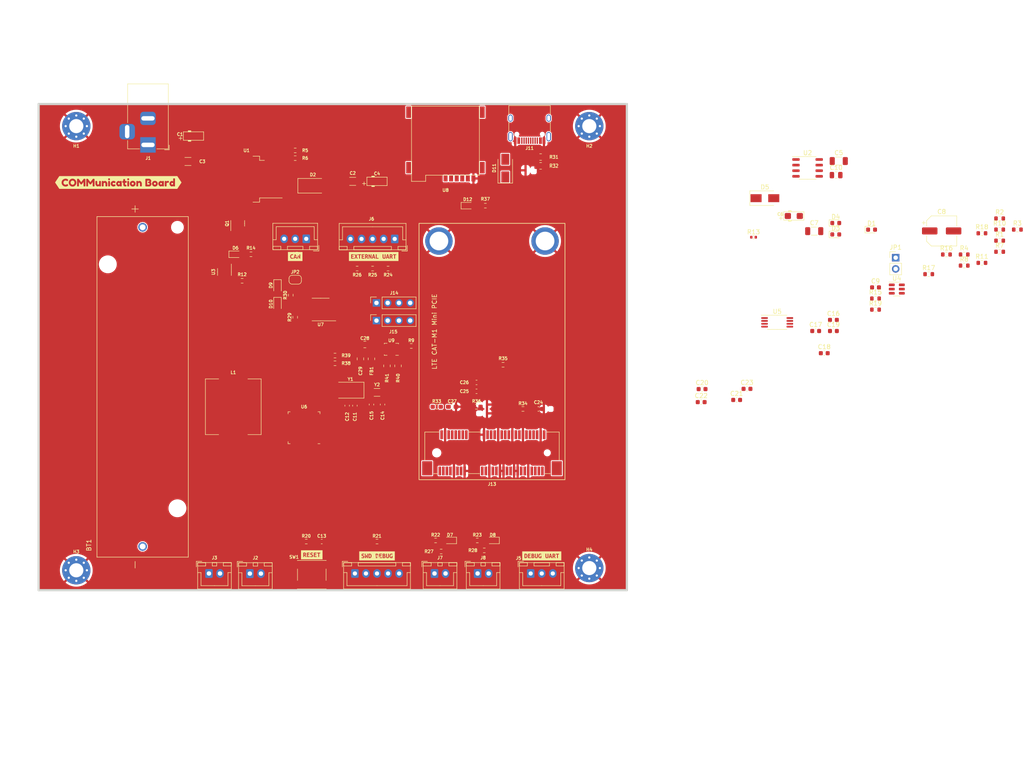
<source format=kicad_pcb>
(kicad_pcb (version 20211014) (generator pcbnew)
  (layers (0 "F.Cu" signal) (1 "In1.Cu" signal) (2 "In2.Cu" signal) (31 "B.Cu" signal) (34 "B.Paste" user) (35 "F.Paste" user) (36 "B.SilkS" user "B.Silkscreen") (37 "F.SilkS" user "F.Silkscreen") (38 "B.Mask" user) (39 "F.Mask" user) (44 "Edge.Cuts" user))
  (net 0 "")
  (net 1 "+BATT")
  (net 2 "-BATT")
  (net 3 "+3.3V")
  (net 4 "/IMU/CS")
  (net 5 "/IMU/SA0")
  (net 6 "GND")
  (net 7 "Net-(J11-PadB5)")
  (net 8 "Net-(J11-PadA5)")
  (net 9 "Net-(C29-Pad1)")
  (net 10 "/BG96/USIM_VDD")
  (net 11 "/BG96/USIM_DATA")
  (net 12 "/BG96/DTR")
  (net 13 "/BG96/nWAKE")
  (net 14 "/BG96/nPERST")
  (net 15 "Net-(C9-Pad1)")
  (net 16 "/MCU/LED1")
  (net 17 "Net-(J7-Pad1)")
  (net 18 "/MCU/USART3_RX")
  (net 19 "Net-(J6-Pad4)")
  (net 20 "/MCU/USART3_TX")
  (net 21 "Net-(J6-Pad3)")
  (net 22 "/MCU/USART3_RTS")
  (net 23 "Net-(J6-Pad2)")
  (net 24 "/MCU/LED2")
  (net 25 "Net-(D8-Pad2)")
  (net 26 "Net-(D7-Pad2)")
  (net 27 "/MCU/SWCLK_BT0")
  (net 28 "/MCU/NRST")
  (net 29 "/IMU/I2C2_SCL")
  (net 30 "/IMU/I2C2_SDA")
  (net 31 "Net-(D1-Pad2)")
  (net 32 "+12V")
  (net 33 "Net-(D12-Pad2)")
  (net 34 "/MCU/USART1_TX")
  (net 35 "/BG96/UART_RX")
  (net 36 "/MCU/CANH")
  (net 37 "Net-(JP2-Pad2)")
  (net 38 "Net-(R29-Pad2)")
  (net 39 "+5V")
  (net 40 "Net-(J8-Pad1)")
  (net 41 "Net-(D3-Pad2)")
  (net 42 "Net-(D4-Pad2)")
  (net 43 "Net-(R5-Pad2)")
  (net 44 "/EXT_PWR_DET")
  (net 45 "/IMU/INT1")
  (net 46 "/MCU/LSM_INT")
  (net 47 "/IMU/SDA")
  (net 48 "/MCU/I2C2_SDA")
  (net 49 "/IMU/SCL")
  (net 50 "/MCU/I2C2_SCL")
  (net 51 "Net-(R12-Pad1)")
  (net 52 "Net-(D6-Pad2)")
  (net 53 "/MCU/USART1_CTS")
  (net 54 "/BG96/UART_RTS")
  (net 55 "/MCU/USART1_RTS")
  (net 56 "/BG96/UART_CTS")
  (net 57 "/MCU/USART1_RX")
  (net 58 "/BG96/UART_TX")
  (net 59 "/CS")
  (net 60 "Net-(C2-Pad1)")
  (net 61 "/OD")
  (net 62 "/OC")
  (net 64 "Net-(D6-Pad1)")
  (net 68 "Net-(C5-Pad2)")
  (net 69 "Net-(D5-Pad1)")
  (net 70 "/MCU/TXCAN")
  (net 71 "/MCU/RXCAN")
  (net 73 "/MCU/CANL")
  (net 74 "/IMU/INT2")
  (net 78 "/MCU/OSC32_IN")
  (net 79 "/MCU/OSC32_OUT")
  (net 80 "/MCU/OSC8M_IN")
  (net 81 "/MCU/OSC8M_OUT")
  (net 83 "/MCU/DEBUG_TX")
  (net 84 "/MCU/DEBUG_RX")
  (net 99 "/MCU/SWDIO")
  (net 101 "/BG96/RI")
  (net 104 "/BG96/nW_DISABLE")
  (net 105 "/BG96/nLED_WWAN")
  (net 106 "/BG96/USIM_RST")
  (net 107 "/BG96/USIM_CLK")
  (net 109 "Net-(D11-Pad2)")
  (net 110 "/BG96/USB_DP")
  (net 111 "/BG96/USB_DM")
  (net 115 "VDC")
  (net 124 "/BG96/I2C_SCL")
  (net 125 "/BG96/I2C_SDA")
  (net 126 "/BG96/DCD")
  (net 128 "/BG96/PCM_CLK")
  (net 130 "/BG96/PCM_DOUT")
  (net 132 "/BG96/PCM_DIN")
  (net 133 "/BG96/PCM_SYNC")
  (footprint "Crystal:Crystal_SMD_5032-2Pin_5.0x3.2mm" (layer "F.Cu") (at 94 106.75 180)
    (fp_text reference "Y1" (at 0 2.5) (layer "F.SilkS") (effects (font (size 0.7 0.7))))
    (fp_text value "8MHz/20pF")
    (pad "1" smd rect (at -1.85 0 180) (size 2 2.4) (layers "F.Cu" "F.Paste" "F.Mask") (net 80 "/MCU/OSC8M_IN"))
    (pad "2" smd rect (at 1.85 0 180) (size 2 2.4) (layers "F.Cu" "F.Paste" "F.Mask") (net 81 "/MCU/OSC8M_OUT"))
  )
  (footprint "Package_SO:SOP-8_3.9x4.9mm_P1.27mm" (layer "F.Cu") (at 197.3615 56.455)
    (fp_text reference "U2" (at 0 -3.4) (layer "F.SilkS"))
    (fp_text value "XL2012")
    (pad "1" smd roundrect (at -2.625 -1.905) (size 1.65 0.6) (layers "F.Cu" "F.Paste" "F.Mask") (net 39 "+5V"))
    (pad "2" smd roundrect (at -2.625 -0.635) (size 1.65 0.6) (layers "F.Cu" "F.Paste" "F.Mask"))
    (pad "3" smd roundrect (at -2.625 0.635) (size 1.65 0.6) (layers "F.Cu" "F.Paste" "F.Mask") (net 68 "Net-(C5-Pad2)"))
    (pad "4" smd roundrect (at -2.625 1.905) (size 1.65 0.6) (layers "F.Cu" "F.Paste" "F.Mask") (net 32 "+12V"))
    (pad "5" smd roundrect (at 2.625 1.905) (size 1.65 0.6) (layers "F.Cu" "F.Paste" "F.Mask") (net 69 "Net-(D5-Pad1)"))
    (pad "6" smd roundrect (at 2.625 0.635) (size 1.65 0.6) (layers "F.Cu" "F.Paste" "F.Mask") (net 69 "Net-(D5-Pad1)"))
    (pad "7" smd roundrect (at 2.625 -0.635) (size 1.65 0.6) (layers "F.Cu" "F.Paste" "F.Mask") (net 6 "GND"))
    (pad "8" smd roundrect (at 2.625 -1.905) (size 1.65 0.6) (layers "F.Cu" "F.Paste" "F.Mask") (net 6 "GND"))
  )
  (footprint "Hy_Library:CP_EIA-3216-18_Kemet-A" (layer "F.Cu") (at 100 59.5)
    (fp_text reference "C4" (at 0 -1.75) (layer "F.SilkS") (effects (font (size 0.7 0.7))))
    (fp_text value "10uF")
    (pad "1" smd roundrect (at -1.35 0) (size 1.4 1.35) (layers "F.Cu" "F.Paste" "F.Mask") (roundrect_rratio 0.1851851852) (net 60 "Net-(C2-Pad1)"))
    (pad "2" smd roundrect (at 1.35 0) (size 1.4 1.35) (layers "F.Cu" "F.Paste" "F.Mask") (roundrect_rratio 0.1851851852) (net 6 "GND"))
  )
  (footprint "Resistor_SMD:R_0603_1608Metric" (layer "F.Cu") (at 232.77 76.05)
    (fp_text reference "R4" (at 0 -1.43) (layer "F.SilkS"))
    (fp_text value "1K")
    (pad "1" smd roundrect (at -0.825 0) (size 0.8 0.95) (layers "F.Cu" "F.Paste" "F.Mask") (net 42 "Net-(D4-Pad2)"))
    (pad "2" smd roundrect (at 0.825 0) (size 0.8 0.95) (layers "F.Cu" "F.Paste" "F.Mask") (net 3 "+3.3V"))
  )
  (footprint "Resistor_SMD:R_0603_1608Metric" (layer "F.Cu") (at 224.75 80.5)
    (fp_text reference "R17" (at 0 -1.43) (layer "F.SilkS"))
    (fp_text value "22")
    (pad "1" smd roundrect (at -0.825 0) (size 0.8 0.95) (layers "F.Cu" "F.Paste" "F.Mask") (net 57 "/MCU/USART1_RX"))
    (pad "2" smd roundrect (at 0.825 0) (size 0.8 0.95) (layers "F.Cu" "F.Paste" "F.Mask") (net 58 "/BG96/UART_TX"))
  )
  (footprint "Connector_JST:JST_XH_B2B-XH-A_1x02_P2.50mm_Vertical" (layer "F.Cu") (at 113 148.225)
    (fp_text reference "J7" (at 1.25 -3.55) (layer "F.SilkS") (effects (font (size 0.7 0.7))))
    (fp_text value "LED1/JST/XH")
    (pad "1" thru_hole roundrect (at 0 0) (size 1.7 2) (drill 1) (layers *.Cu *.Mask) (roundrect_rratio 0.147059) (net 17 "Net-(J7-Pad1)"))
    (pad "2" thru_hole oval (at 2.5 0) (size 1.7 2) (drill 1) (layers *.Cu *.Mask) (net 6 "GND"))
  )
  (footprint "Inductor_SMD:L_12x12mm_H8mm" (layer "F.Cu") (at 67.5 110.5 90)
    (fp_text reference "L1" (at 7.75 0) (layer "F.SilkS") (effects (font (size 0.7 0.7))))
    (fp_text value "47uH/3A")
    (pad "1" smd rect (at -4.95 0 90) (size 2.9 5.4) (layers "F.Cu" "F.Paste" "F.Mask") (net 69 "Net-(D5-Pad1)"))
    (pad "2" smd rect (at 4.95 0 90) (size 2.9 5.4) (layers "F.Cu" "F.Paste" "F.Mask") (net 39 "+5V"))
  )
  (footprint "Capacitor_SMD:C_0603_1608Metric" (layer "F.Cu") (at 203.2 90.85)
    (fp_text reference "C16" (at 0 -1.43) (layer "F.SilkS"))
    (fp_text value "1uF")
    (pad "1" smd roundrect (at -0.775 0) (size 0.9 0.95) (layers "F.Cu" "F.Paste" "F.Mask") (net 3 "+3.3V"))
    (pad "2" smd roundrect (at 0.775 0) (size 0.9 0.95) (layers "F.Cu" "F.Paste" "F.Mask") (net 6 "GND"))
  )
  (footprint "Connector_BarrelJack:BarrelJack_Horizontal" (layer "F.Cu") (at 48.2075 51.25 -90)
    (fp_text reference "J1" (at 3 -0.0425) (layer "F.SilkS") (effects (font (size 0.7 0.7))))
    (fp_text value "Barrel Jack")
    (pad "1" thru_hole rect (at 0 0 270) (size 3.5 3.5) (drill oval 1 3) (layers *.Cu *.Mask) (net 32 "+12V"))
    (pad "2" thru_hole roundrect (at -6 0 270) (size 3 3.5) (drill oval 1 3) (layers *.Cu *.Mask) (net 6 "GND"))
    (pad "3" thru_hole roundrect (at -3 4.7 270) (size 3.5 3.5) (drill oval 3 1) (layers *.Cu *.Mask))
  )
  (footprint "Resistor_SMD:R_0603_1608Metric" (layer "F.Cu") (at 113.25 140.75)
    (fp_text reference "R22" (at 0 -1.25) (layer "F.SilkS") (effects (font (size 0.7 0.7))))
    (fp_text value "10K")
    (pad "1" smd roundrect (at -0.825 0) (size 0.8 0.95) (layers "F.Cu" "F.Paste" "F.Mask") (net 16 "/MCU/LED1"))
    (pad "2" smd roundrect (at 0.825 0) (size 0.8 0.95) (layers "F.Cu" "F.Paste" "F.Mask") (net 26 "Net-(D7-Pad2)"))
  )
  (footprint "Capacitor_SMD:C_0805_2012Metric" (layer "F.Cu") (at 203.8115 58.085)
    (fp_text reference "C10" (at 0 -1.68) (layer "F.SilkS"))
    (fp_text value "4.7uF")
    (pad "1" smd roundrect (at -0.95 0) (size 1 1.45) (layers "F.Cu" "F.Paste" "F.Mask") (net 1 "+BATT"))
    (pad "2" smd roundrect (at 0.95 0) (size 1 1.45) (layers "F.Cu" "F.Paste" "F.Mask") (net 6 "GND"))
  )
  (footprint "Capacitor_SMD:C_0603_1608Metric" (layer "F.Cu") (at 173.5 106.5)
    (fp_text reference "C20" (at 0 -1.43) (layer "F.SilkS"))
    (fp_text value "100nF")
    (pad "1" smd roundrect (at -0.775 0) (size 0.9 0.95) (layers "F.Cu" "F.Paste" "F.Mask") (net 3 "+3.3V"))
    (pad "2" smd roundrect (at 0.775 0) (size 0.9 0.95) (layers "F.Cu" "F.Paste" "F.Mask") (net 6 "GND"))
  )
  (footprint "Resistor_SMD:R_0805_2012Metric" (layer "F.Cu") (at 102.25 101.25 90)
    (fp_text reference "R41" (at -2.75 0 90) (layer "F.SilkS") (effects (font (size 0.7 0.7))))
    (fp_text value "10K")
    (pad "1" smd roundrect (at -0.9125 0 90) (size 1.025 1.4) (layers "F.Cu" "F.Paste" "F.Mask") (roundrect_rratio 0.243902) (net 3 "+3.3V"))
    (pad "2" smd roundrect (at 0.9125 0 90) (size 1.025 1.4) (layers "F.Cu" "F.Paste" "F.Mask") (roundrect_rratio 0.243902) (net 4 "/IMU/CS"))
  )
  (footprint "Resistor_SMD:R_0603_1608Metric_Pad0.98x0.95mm_HandSolder" (layer "F.Cu") (at 113.5 110.5)
    (fp_text reference "R33" (at 0 -1.25) (layer "F.SilkS") (effects (font (size 0.7 0.7))))
    (fp_text value "15K")
    (pad "1" smd roundrect (at -0.9125 0) (size 0.975 0.95) (layers "F.Cu" "F.Paste" "F.Mask") (net 10 "/BG96/USIM_VDD"))
    (pad "2" smd roundrect (at 0.9125 0) (size 0.975 0.95) (layers "F.Cu" "F.Paste" "F.Mask") (net 11 "/BG96/USIM_DATA"))
  )
  (footprint "Capacitor_SMD:C_0603_1608Metric" (layer "F.Cu") (at 201.13 98.38)
    (fp_text reference "C18" (at 0 -1.43) (layer "F.SilkS"))
    (fp_text value "10uF")
    (pad "1" smd roundrect (at -0.775 0) (size 0.9 0.95) (layers "F.Cu" "F.Paste" "F.Mask") (net 3 "+3.3V"))
    (pad "2" smd roundrect (at 0.775 0) (size 0.9 0.95) (layers "F.Cu" "F.Paste" "F.Mask") (net 6 "GND"))
  )
  (footprint "Resistor_SMD:R_0603_1608Metric" (layer "F.Cu") (at 107.75 96.75)
    (fp_text reference "R9" (at 0 -1.25) (layer "F.SilkS") (effects (font (size 0.7 0.7))))
    (fp_text value "22")
    (pad "1" smd roundrect (at -0.825 0) (size 0.8 0.95) (layers "F.Cu" "F.Paste" "F.Mask") (net 45 "/IMU/INT1"))
    (pad "2" smd roundrect (at 0.825 0) (size 0.8 0.95) (layers "F.Cu" "F.Paste" "F.Mask") (net 46 "/MCU/LSM_INT"))
  )
  (footprint "Resistor_SMD:R_0603_1608Metric" (layer "F.Cu") (at 236.78 71.25)
    (fp_text reference "R18" (at 0 -1.43) (layer "F.SilkS"))
    (fp_text value "100")
    (pad "1" smd roundrect (at -0.825 0) (size 0.8 0.95) (layers "F.Cu" "F.Paste" "F.Mask") (net 15 "Net-(C9-Pad1)"))
    (pad "2" smd roundrect (at 0.825 0) (size 0.8 0.95) (layers "F.Cu" "F.Paste" "F.Mask") (net 1 "+BATT"))
  )
  (footprint "Package_DFN_QFN:QFN-48-1EP_7x7mm_P0.5mm_EP5.6x5.6mm" (layer "F.Cu") (at 83.5 115.25 180)
    (fp_text reference "U6" (at 0 4.75) (layer "F.SilkS") (effects (font (size 0.7 0.7))))
    (fp_text value "STM32G0B1CEUx")
    (pad "1" smd roundrect (at -3.4375 -2.75 180) (size 0.875 0.25) (layers "F.Cu" "F.Paste" "F.Mask"))
    (pad "2" smd roundrect (at -3.4375 -2.25 180) (size 0.875 0.25) (layers "F.Cu" "F.Paste" "F.Mask") (net 78 "/MCU/OSC32_IN"))
    (pad "3" smd roundrect (at -3.4375 -1.75 180) (size 0.875 0.25) (layers "F.Cu" "F.Paste" "F.Mask") (net 79 "/MCU/OSC32_OUT"))
    (pad "4" smd roundrect (at -3.4375 -1.25 180) (size 0.875 0.25) (layers "F.Cu" "F.Paste" "F.Mask") (net 3 "+3.3V"))
    (pad "5" smd roundrect (at -3.4375 -0.75 180) (size 0.875 0.25) (layers "F.Cu" "F.Paste" "F.Mask") (net 3 "+3.3V"))
    (pad "6" smd roundrect (at -3.4375 -0.25 180) (size 0.875 0.25) (layers "F.Cu" "F.Paste" "F.Mask") (net 3 "+3.3V"))
    (pad "7" smd roundrect (at -3.4375 0.25 180) (size 0.875 0.25) (layers "F.Cu" "F.Paste" "F.Mask") (net 6 "GND"))
    (pad "8" smd roundrect (at -3.4375 0.75 180) (size 0.875 0.25) (layers "F.Cu" "F.Paste" "F.Mask") (net 80 "/MCU/OSC8M_IN"))
    (pad "9" smd roundrect (at -3.4375 1.25 180) (size 0.875 0.25) (layers "F.Cu" "F.Paste" "F.Mask") (net 81 "/MCU/OSC8M_OUT"))
    (pad "10" smd roundrect (at -3.4375 1.75 180) (size 0.875 0.25) (layers "F.Cu" "F.Paste" "F.Mask") (net 28 "/MCU/NRST"))
    (pad "11" smd roundrect (at -3.4375 2.25 180) (size 0.875 0.25) (layers "F.Cu" "F.Paste" "F.Mask"))
    (pad "12" smd roundrect (at -3.4375 2.75 180) (size 0.875 0.25) (layers "F.Cu" "F.Paste" "F.Mask") (net 44 "/EXT_PWR_DET"))
    (pad "13" smd roundrect (at -2.75 3.4375 180) (size 0.25 0.875) (layers "F.Cu" "F.Paste" "F.Mask") (net 83 "/MCU/DEBUG_TX"))
    (pad "14" smd roundrect (at -2.25 3.4375 180) (size 0.25 0.875) (layers "F.Cu" "F.Paste" "F.Mask") (net 84 "/MCU/DEBUG_RX"))
    (pad "15" smd roundrect (at -1.75 3.4375 180) (size 0.25 0.875) (layers "F.Cu" "F.Paste" "F.Mask"))
    (pad "16" smd roundrect (at -1.25 3.4375 180) (size 0.25 0.875) (layers "F.Cu" "F.Paste" "F.Mask"))
    (pad "17" smd roundrect (at -0.75 3.4375 180) (size 0.25 0.875) (layers "F.Cu" "F.Paste" "F.Mask"))
    (pad "18" smd roundrect (at -0.25 3.4375 180) (size 0.25 0.875) (layers "F.Cu" "F.Paste" "F.Mask"))
    (pad "19" smd roundrect (at 0.25 3.4375 180) (size 0.25 0.875) (layers "F.Cu" "F.Paste" "F.Mask"))
    (pad "20" smd roundrect (at 0.75 3.4375 180) (size 0.25 0.875) (layers "F.Cu" "F.Paste" "F.Mask") (net 22 "/MCU/USART3_RTS"))
    (pad "21" smd roundrect (at 1.25 3.4375 180) (size 0.25 0.875) (layers "F.Cu" "F.Paste" "F.Mask"))
    (pad "22" smd roundrect (at 1.75 3.4375 180) (size 0.25 0.875) (layers "F.Cu" "F.Paste" "F.Mask") (net 20 "/MCU/USART3_TX"))
    (pad "23" smd roundrect (at 2.25 3.4375 180) (size 0.25 0.875) (layers "F.Cu" "F.Paste" "F.Mask") (net 18 "/MCU/USART3_RX"))
    (pad "24" smd roundrect (at 2.75 3.4375 180) (size 0.25 0.875) (layers "F.Cu" "F.Paste" "F.Mask"))
    (pad "25" smd roundrect (at 3.4375 2.75 180) (size 0.875 0.25) (layers "F.Cu" "F.Paste" "F.Mask") (net 50 "/MCU/I2C2_SCL"))
    (pad "26" smd roundrect (at 3.4375 2.25 180) (size 0.875 0.25) (layers "F.Cu" "F.Paste" "F.Mask") (net 48 "/MCU/I2C2_SDA"))
    (pad "27" smd roundrect (at 3.4375 1.75 180) (size 0.875 0.25) (layers "F.Cu" "F.Paste" "F.Mask") (net 46 "/MCU/LSM_INT"))
    (pad "28" smd roundrect (at 3.4375 1.25 180) (size 0.875 0.25) (layers "F.Cu" "F.Paste" "F.Mask"))
    (pad "29" smd roundrect (at 3.4375 0.75 180) (size 0.875 0.25) (layers "F.Cu" "F.Paste" "F.Mask"))
    (pad "30" smd roundrect (at 3.4375 0.25 180) (size 0.875 0.25) (layers "F.Cu" "F.Paste" "F.Mask"))
    (pad "31" smd roundrect (at 3.4375 -0.25 180) (size 0.875 0.25) (layers "F.Cu" "F.Paste" "F.Mask"))
    (pad "32" smd roundrect (at 3.4375 -0.75 180) (size 0.875 0.25) (layers "F.Cu" "F.Paste" "F.Mask"))
    (pad "33" smd roundrect (at 3.4375 -1.25 180) (size 0.875 0.25) (layers "F.Cu" "F.Paste" "F.Mask"))
    (pad "34" smd roundrect (at 3.4375 -1.75 180) (size 0.875 0.25) (layers "F.Cu" "F.Paste" "F.Mask"))
    (pad "35" smd roundrect (at 3.4375 -2.25 180) (size 0.875 0.25) (layers "F.Cu" "F.Paste" "F.Mask") (net 99 "/MCU/SWDIO"))
    (pad "36" smd roundrect (at 3.4375 -2.75 180) (size 0.875 0.25) (layers "F.Cu" "F.Paste" "F.Mask") (net 27 "/MCU/SWCLK_BT0"))
    (pad "37" smd roundrect (at 2.75 -3.4375 180) (size 0.25 0.875) (layers "F.Cu" "F.Paste" "F.Mask"))
    (pad "38" smd roundrect (at 2.25 -3.4375 180) (size 0.25 0.875) (layers "F.Cu" "F.Paste" "F.Mask") (net 12 "/BG96/DTR"))
    (pad "39" smd roundrect (at 1.75 -3.4375 180) (size 0.25 0.875) (layers "F.Cu" "F.Paste" "F.Mask") (net 101 "/BG96/RI"))
    (pad "40" smd roundrect (at 1.25 -3.4375 180) (size 0.25 0.875) (layers "F.Cu" "F.Paste" "F.Mask"))
    (pad "41" smd roundrect (at 0.75 -3.4375 180) (size 0.25 0.875) (layers "F.Cu" "F.Paste" "F.Mask"))
    (pad "42" smd roundrect (at 0.25 -3.4375 180) (size 0.25 0.875) (layers "F.Cu" "F.Paste" "F.Mask") (net 55 "/MCU/USART1_RTS"))
    (pad "43" smd roundrect (at -0.25 -3.4375 180) (size 0.25 0.875) (layers "F.Cu" "F.Paste" "F.Mask") (net 53 "/MCU/USART1_CTS"))
    (pad "44" smd roundrect (at -0.75 -3.4375 180) (size 0.25 0.875) (layers "F.Cu" "F.Paste" "F.Mask") (net 13 "/BG96/nWAKE"))
    (pad "45" smd roundrect (at -1.25 -3.4375 180) (size 0.25 0.875) (layers "F.Cu" "F.Paste" "F.Mask") (net 34 "/MCU/USART1_TX"))
    (pad "46" smd roundrect (at -1.75 -3.4375 180) (size 0.25 0.875) (layers "F.Cu" "F.Paste" "F.Mask") (net 57 "/MCU/USART1_RX"))
    (pad "47" smd roundrect (at -2.25 -3.4375 180) (size 0.25 0.875) (layers "F.Cu" "F.Paste" "F.Mask") (net 14 "/BG96/nPERST"))
    (pad "48" smd roundrect (at -2.75 -3.4375 180) (size 0.25 0.875) (layers "F.Cu" "F.Paste" "F.Mask") (net 104 "/BG96/nW_DISABLE"))
    (pad "49" smd rect (at 0 0 180) (size 5.6 5.6) (layers "F.Cu" "F.Mask"))
  )
  (footprint "MountingHole:MountingHole_3.2mm_M3_Pad_Via" (layer "F.Cu") (at 32 47)
    (fp_text reference "H1" (at 0 4.5) (layer "F.SilkS") (effects (font (size 0.7 0.7))))
    (fp_text value "MountingHole_Pad")
    (pad "1" thru_hole circle (at 1.697056 -1.697056) (size 0.8 0.8) (drill 0.5) (layers *.Cu *.Mask) (net 6 "GND"))
    (pad "1" thru_hole circle (at 0 0) (size 6.4 6.4) (drill 3.2) (layers *.Cu *.Mask) (net 6 "GND"))
    (pad "1" thru_hole circle (at 2.4 0) (size 0.8 0.8) (drill 0.5) (layers *.Cu *.Mask) (net 6 "GND"))
    (pad "1" thru_hole circle (at -1.697056 1.697056) (size 0.8 0.8) (drill 0.5) (layers *.Cu *.Mask) (net 6 "GND"))
    (pad "1" thru_hole circle (at -1.697056 -1.697056) (size 0.8 0.8) (drill 0.5) (layers *.Cu *.Mask) (net 6 "GND"))
    (pad "1" thru_hole circle (at -2.4 0) (size 0.8 0.8) (drill 0.5) (layers *.Cu *.Mask) (net 6 "GND"))
    (pad "1" thru_hole circle (at 1.697056 1.697056) (size 0.8 0.8) (drill 0.5) (layers *.Cu *.Mask) (net 6 "GND"))
    (pad "1" thru_hole circle (at 0 -2.4) (size 0.8 0.8) (drill 0.5) (layers *.Cu *.Mask) (net 6 "GND"))
    (pad "1" thru_hole circle (at 0 2.4) (size 0.8 0.8) (drill 0.5) (layers *.Cu *.Mask) (net 6 "GND"))
  )
  (footprint "Capacitor_SMD:CP_Elec_6.3x5.8" (layer "F.Cu") (at 227.68 70.72)
    (fp_text reference "C8" (at 0 -4.35) (layer "F.SilkS"))
    (fp_text value "47uF")
    (pad "1" smd roundrect (at -2.7 0) (size 3.5 1.6) (layers "F.Cu" "F.Paste" "F.Mask") (roundrect_rratio 0.15625) (net 39 "+5V"))
    (pad "2" smd roundrect (at 2.7 0) (size 3.5 1.6) (layers "F.Cu" "F.Paste" "F.Mask") (roundrect_rratio 0.15625) (net 6 "GND"))
  )
  (footprint "Package_LGA:LGA-14_3x2.5mm_P0.5mm_LayoutBorder3x4y" (layer "F.Cu") (at 103.25 97.5 180)
    (fp_text reference "U9" (at 0 2) (layer "F.SilkS") (effects (font (size 0.7 0.7))))
    (fp_text value "LSM6DS3")
    (pad "1" smd custom (at -1.1625 -0.75 180) (size 0.223223 0.223223) (layers "F.Cu" "F.Paste" "F.Mask") (net 5 "/IMU/SA0") (options (clearance outline) (anchor circle)) (primitives (gr_poly (pts (xy 0.2375 0.081066) (xy 0.2375 0.125) (xy -0.2375 0.125) (xy -0.2375 -0.125) (xy 0.031434 -0.125)) (width 0.15) (fill yes))))
    (pad "2" smd roundrect (at -1.1625 -0.25 180) (size 0.625 0.4) (layers "F.Cu" "F.Paste" "F.Mask") (net 6 "GND"))
    (pad "3" smd roundrect (at -1.1625 0.25 180) (size 0.625 0.4) (layers "F.Cu" "F.Paste" "F.Mask") (net 6 "GND"))
    (pad "4" smd custom (at -1.1625 0.75 180) (size 0.223223 0.223223) (layers "F.Cu" "F.Paste" "F.Mask") (net 45 "/IMU/INT1") (options (clearance outline) (anchor circle)) (primitives (gr_poly (pts (xy 0.2375 -0.081066) (xy 0.031434 0.125) (xy -0.2375 0.125) (xy -0.2375 -0.125) (xy 0.2375 -0.125)) (width 0.15) (fill yes))))
    (pad "5" smd custom (at -0.5 0.9125 180) (size 0.223223 0.223223) (layers "F.Cu" "F.Paste" "F.Mask") (net 3 "+3.3V") (options (clearance outline) (anchor circle)) (primitives (gr_poly (pts (xy 0.125 0.2375) (xy -0.125 0.2375) (xy -0.125 -0.031434) (xy 0.081066 -0.2375) (xy 0.125 -0.2375)) (width 0.15) (fill yes))))
    (pad "6" smd roundrect (at 0 0.9125 180) (size 0.4 0.625) (layers "F.Cu" "F.Paste" "F.Mask") (net 6 "GND"))
    (pad "7" smd custom (at 0.5 0.9125 180) (size 0.223223 0.223223) (layers "F.Cu" "F.Paste" "F.Mask") (net 6 "GND") (options (clearance outline) (anchor circle)) (primitives (gr_poly (pts (xy 0.125 -0.031434) (xy 0.125 0.2375) (xy -0.125 0.2375) (xy -0.125 -0.2375) (xy -0.081066 -0.2375)) (width 0.15) (fill yes))))
    (pad "8" smd custom (at 1.1625 0.75 180) (size 0.223223 0.223223) (layers "F.Cu" "F.Paste" "F.Mask") (net 9 "Net-(C29-Pad1)") (options (clearance outline) (anchor circle)) (primitives (gr_poly (pts (xy 0.2375 0.125) (xy -0.031434 0.125) (xy -0.2375 -0.081066) (xy -0.2375 -0.125) (xy 0.2375 -0.125)) (width 0.15) (fill yes))))
    (pad "9" smd roundrect (at 1.1625 0.25 180) (size 0.625 0.4) (layers "F.Cu" "F.Paste" "F.Mask") (net 74 "/IMU/INT2"))
    (pad "10" smd roundrect (at 1.1625 -0.25 180) (size 0.625 0.4) (layers "F.Cu" "F.Paste" "F.Mask"))
    (pad "11" smd custom (at 1.1625 -0.75 180) (size 0.223223 0.223223) (layers "F.Cu" "F.Paste" "F.Mask") (options (clearance outline) (anchor circle)) (primitives (gr_poly (pts (xy 0.2375 0.125) (xy -0.2375 0.125) (xy -0.2375 0.081066) (xy -0.031434 -0.125) (xy 0.2375 -0.125)) (width 0.15) (fill yes))))
    (pad "12" smd custom (at 0.5 -0.9125 180) (size 0.223223 0.223223) (layers "F.Cu" "F.Paste" "F.Mask") (net 4 "/IMU/CS") (options (clearance outline) (anchor circle)) (primitives (gr_poly (pts (xy 0.125 0.031434) (xy -0.081066 0.2375) (xy -0.125 0.2375) (xy -0.125 -0.2375) (xy 0.125 -0.2375)) (width 0.15) (fill yes))))
    (pad "13" smd roundrect (at 0 -0.9125 180) (size 0.4 0.625) (layers "F.Cu" "F.Paste" "F.Mask") (net 49 "/IMU/SCL"))
    (pad "14" smd custom (at -0.5 -0.9125 180) (size 0.223223 0.223223) (layers "F.Cu" "F.Paste" "F.Mask") (net 47 "/IMU/SDA") (options (clearance outline) (anchor circle)) (primitives (gr_poly (pts (xy 0.125 0.2375) (xy 0.081066 0.2375) (xy -0.125 0.031434) (xy -0.125 -0.2375) (xy 0.125 -0.2375)) (width 0.15) (fill yes))))
  )
  (footprint "Connector_PinHeader_2.54mm:PinHeader_1x02_P2.54mm_Vertical" (layer "F.Cu") (at 217.28 76.77)
    (fp_text reference "JP1" (at 0 -2.33) (layer "F.SilkS"))
    (fp_text value "Jumper_2_Open")
    (pad "1" thru_hole rect (at 0 0) (size 1.7 1.7) (drill 1) (layers *.Cu *.Mask) (net 32 "+12V"))
    (pad "2" thru_hole oval (at 0 2.54) (size 1.7 1.7) (drill 1) (layers *.Cu *.Mask) (net 115 "VDC"))
  )
  (footprint "Resistor_SMD:R_0603_1608Metric_Pad0.98x0.95mm_HandSolder" (layer "F.Cu") (at 128.5 101)
    (fp_text reference "R35" (at 0 -1.43) (layer "F.SilkS") (effects (font (size 0.7 0.7))))
    (fp_text value "10K")
    (pad "1" smd roundrect (at -0.9125 0) (size 0.975 0.95) (layers "F.Cu" "F.Paste" "F.Mask") (net 14 "/BG96/nPERST"))
    (pad "2" smd roundrect (at 0.9125 0) (size 0.975 0.95) (layers "F.Cu" "F.Paste" "F.Mask") (net 6 "GND"))
  )
  (footprint "Resistor_SMD:R_0603_1608Metric" (layer "F.Cu") (at 99 79.225 180)
    (fp_text reference "R25" (at 0 -1.43) (layer "F.SilkS") (effects (font (size 0.7 0.7))))
    (fp_text value "22")
    (pad "1" smd roundrect (at -0.825 0 180) (size 0.8 0.95) (layers "F.Cu" "F.Paste" "F.Mask") (net 20 "/MCU/USART3_TX"))
    (pad "2" smd roundrect (at 0.825 0 180) (size 0.8 0.95) (layers "F.Cu" "F.Paste" "F.Mask") (net 21 "Net-(J6-Pad3)"))
  )
  (footprint "Connector_PinSocket_2.54mm:PinSocket_1x04_P2.54mm_Vertical" (layer "F.Cu") (at 99.88 87 90)
    (fp_text reference "J14" (at 2.25 4) (layer "F.SilkS") (effects (font (size 0.7 0.7))))
    (fp_text value "PinHeader/4P")
    (pad "1" thru_hole rect (at 0 0 90) (size 1.7 1.7) (drill 1) (layers *.Cu *.Mask) (net 29 "/IMU/I2C2_SCL"))
    (pad "2" thru_hole oval (at 0 2.54 90) (size 1.7 1.7) (drill 1) (layers *.Cu *.Mask) (net 30 "/IMU/I2C2_SDA"))
    (pad "3" thru_hole oval (at 0 5.08 90) (size 1.7 1.7) (drill 1) (layers *.Cu *.Mask) (net 3 "+3.3V"))
    (pad "4" thru_hole oval (at 0 7.62 90) (size 1.7 1.7) (drill 1) (layers *.Cu *.Mask) (net 6 "GND"))
  )
  (footprint "kibuzzard-61FFCBAB" (layer "F.Cu") (at 137.25 144.25)
    (fp_text reference "kibuzzard-61FFCBAB" hide)
    (fp_text value "G***" hide)
  )
  (footprint "Diode_SMD:D_SOD-323" (layer "F.Cu") (at 77.5 83.25 -90)
    (fp_text reference "D9" (at -0.225 1.5 90) (layer "F.SilkS") (effects (font (size 0.7 0.7))))
    (fp_text value "TVS")
    (pad "1" smd rect (at -1.05 0 270) (size 0.6 0.45) (layers "F.Cu" "F.Paste" "F.Mask") (net 6 "GND"))
    (pad "2" smd rect (at 1.05 0 270) (size 0.6 0.45) (layers "F.Cu" "F.Paste" "F.Mask") (net 36 "/MCU/CANH"))
  )
  (footprint "Capacitor_SMD:C_0603_1608Metric" (layer "F.Cu") (at 98.75 110 -90)
    (fp_text reference "C15" (at 2.5 0 90) (layer "F.SilkS") (effects (font (size 0.7 0.7))))
    (fp_text value "22pF")
    (pad "1" smd roundrect (at -0.775 0 270) (size 0.9 0.95) (layers "F.Cu" "F.Paste" "F.Mask") (net 79 "/MCU/OSC32_OUT"))
    (pad "2" smd roundrect (at 0.775 0 270) (size 0.9 0.95) (layers "F.Cu" "F.Paste" "F.Mask") (net 6 "GND"))
  )
  (footprint "Resistor_SMD:R_0603_1608Metric" (layer "F.Cu") (at 90.5 100.6625)
    (fp_text reference "R38" (at 2.5 0) (layer "F.SilkS") (effects (font (size 0.7 0.7))))
    (fp_text value "4.7K")
    (pad "1" smd roundrect (at -0.825 0) (size 0.8 0.95) (layers "F.Cu" "F.Paste" "F.Mask") (net 3 "+3.3V"))
    (pad "2" smd roundrect (at 0.825 0) (size 0.8 0.95) (layers "F.Cu" "F.Paste" "F.Mask") (net 30 "/IMU/I2C2_SDA"))
  )
  (footprint "Resistor_SMD:R_0603_1608Metric" (layer "F.Cu") (at 71.5 76)
    (fp_text reference "R14" (at 0 -1.43) (layer "F.SilkS") (effects (font (size 0.7 0.7))))
    (fp_text value "1K")
    (pad "1" smd roundrect (at -0.825 0) (size 0.8 0.95) (layers "F.Cu" "F.Paste" "F.Mask") (net 52 "Net-(D6-Pad2)"))
    (pad "2" smd roundrect (at 0.825 0) (size 0.8 0.95) (layers "F.Cu" "F.Paste" "F.Mask") (net 39 "+5V"))
  )
  (footprint "Connector_JST:JST_XH_B5B-XH-A_1x05_P2.50mm_Vertical" (layer "F.Cu") (at 104 72.525 180)
    (fp_text reference "J6" (at 5.25 4.525) (layer "F.SilkS") (effects (font (size 0.7 0.7))))
    (fp_text value "Conn_01x05")
    (pad "1" thru_hole roundrect (at 0 0 180) (size 1.7 1.95) (drill 0.95) (layers *.Cu *.Mask) (roundrect_rratio 0.147059) (net 3 "+3.3V"))
    (pad "2" thru_hole oval (at 2.5 0 180) (size 1.7 1.95) (drill 0.95) (layers *.Cu *.Mask) (net 23 "Net-(J6-Pad2)"))
    (pad "3" thru_hole oval (at 5 0 180) (size 1.7 1.95) (drill 0.95) (layers *.Cu *.Mask) (net 21 "Net-(J6-Pad3)"))
    (pad "4" thru_hole oval (at 7.5 0 180) (size 1.7 1.95) (drill 0.95) (layers *.Cu *.Mask) (net 19 "Net-(J6-Pad4)"))
    (pad "5" thru_hole oval (at 10 0 180) (size 1.7 1.95) (drill 0.95) (layers *.Cu *.Mask) (net 6 "GND"))
  )
  (footprint "Resistor_SMD:R_0603_1608Metric" (layer "F.Cu") (at 240.79 70.41)
    (fp_text reference "R10" (at 0 -1.43) (layer "F.SilkS"))
    (fp_text value "22")
    (pad "1" smd roundrect (at -0.825 0) (size 0.8 0.95) (layers "F.Cu" "F.Paste" "F.Mask") (net 47 "/IMU/SDA"))
    (pad "2" smd roundrect (at 0.825 0) (size 0.8 0.95) (layers "F.Cu" "F.Paste" "F.Mask") (net 48 "/MCU/I2C2_SDA"))
  )
  (footprint "Package_SO:SOIC-8_3.9x4.9mm_P1.27mm" (layer "F.Cu") (at 87.25 88.5 180)
    (fp_text reference "U7" (at 0 -3.4) (layer "F.SilkS") (effects (font (size 0.7 0.7))))
    (fp_text value "SN65HVD230")
    (pad "1" smd roundrect (at -2.475 -1.905 180) (size 1.95 0.6) (layers "F.Cu" "F.Paste" "F.Mask") (net 70 "/MCU/TXCAN"))
    (pad "2" smd roundrect (at -2.475 -0.635 180) (size 1.95 0.6) (layers "F.Cu" "F.Paste" "F.Mask") (net 6 "GND"))
    (pad "3" smd roundrect (at -2.475 0.635 180) (size 1.95 0.6) (layers "F.Cu" "F.Paste" "F.Mask") (net 3 "+3.3V"))
    (pad "4" smd roundrect (at -2.475 1.905 180) (size 1.95 0.6) (layers "F.Cu" "F.Paste" "F.Mask") (net 71 "/MCU/RXCAN"))
    (pad "5" smd roundrect (at 2.475 1.905 180) (size 1.95 0.6) (layers "F.Cu" "F.Paste" "F.Mask"))
    (pad "6" smd roundrect (at 2.475 0.635 180) (size 1.95 0.6) (layers "F.Cu" "F.Paste" "F.Mask") (net 73 "/MCU/CANL"))
    (pad "7" smd roundrect (at 2.475 -0.635 180) (size 1.95 0.6) (layers "F.Cu" "F.Paste" "F.Mask") (net 36 "/MCU/CANH"))
    (pad "8" smd roundrect (at 2.475 -1.905 180) (size 1.95 0.6) (layers "F.Cu" "F.Paste" "F.Mask") (net 38 "Net-(R29-Pad2)"))
  )
  (footprint "LED_SMD:LED_0603_1608Metric" (layer "F.Cu") (at 68 76)
    (fp_text reference "D6" (at 0 -1.43) (layer "F.SilkS") (effects (font (size 0.7 0.7))))
    (fp_text value "RED")
    (pad "1" smd roundrect (at -0.7875 0) (size 0.875 0.95) (layers "F.Cu" "F.Paste" "F.Mask") (net 64 "Net-(D6-Pad1)"))
    (pad "2" smd roundrect (at 0.7875 0) (size 0.875 0.95) (layers "F.Cu" "F.Paste" "F.Mask") (net 52 "Net-(D6-Pad2)"))
  )
  (footprint "Resistor_SMD:R_0603_1608Metric" (layer "F.Cu") (at 80.5 85.25 90)
    (fp_text reference "R30" (at 0 -1.25 90) (layer "F.SilkS") (effects (font (size 0.7 0.7))))
    (fp_text value "120")
    (pad "1" smd roundrect (at -0.825 0 90) (size 0.8 0.95) (layers "F.Cu" "F.Paste" "F.Mask") (net 36 "/MCU/CANH"))
    (pad "2" smd roundrect (at 0.825 0 90) (size 0.8 0.95) (layers "F.Cu" "F.Paste" "F.Mask") (net 37 "Net-(JP2-Pad2)"))
  )
  (footprint "Capacitor_SMD:C_0805_2012Metric" (layer "F.Cu") (at 96.25 99.6625 90)
    (fp_text reference "C29" (at -2.75 0 90) (layer "F.SilkS") (effects (font (size 0.7 0.7))))
    (fp_text value "100n")
    (pad "1" smd roundrect (at -0.95 0 90) (size 1 1.45) (layers "F.Cu" "F.Paste" "F.Mask") (net 9 "Net-(C29-Pad1)"))
    (pad "2" smd roundrect (at 0.95 0 90) (size 1 1.45) (layers "F.Cu" "F.Paste" "F.Mask") (net 6 "GND"))
  )
  (footprint "Resistor_SMD:R_0603_1608Metric_Pad0.98x0.95mm_HandSolder" (layer "F.Cu") (at 133 111 180)
    (fp_text reference "R34" (at 0 1.25) (layer "F.SilkS") (effects (font (size 0.7 0.7))))
    (fp_text value "10K")
    (pad "1" smd roundrect (at -0.9125 0 180) (size 0.975 0.95) (layers "F.Cu" "F.Paste" "F.Mask") (net 3 "+3.3V"))
    (pad "2" smd roundrect (at 0.9125 0 180) (size 0.975 0.95) (layers "F.Cu" "F.Paste" "F.Mask") (net 12 "/BG96/DTR"))
  )
  (footprint "kibuzzard-61FFCAE2" (layer "F.Cu") (at 81.5 76.5)
    (fp_text reference "kibuzzard-61FFCAE2" hide)
    (fp_text value "G***" hide)
  )
  (footprint "Resistor_SMD:R_0603_1608Metric" (layer "F.Cu") (at 90.5 98.9125)
    (fp_text reference "R39" (at 2.5 0) (layer "F.SilkS") (effects (font (size 0.7 0.7))))
    (fp_text value "4.7K")
    (pad "1" smd roundrect (at -0.825 0) (size 0.8 0.95) (layers "F.Cu" "F.Paste" "F.Mask") (net 3 "+3.3V"))
    (pad "2" smd roundrect (at 0.825 0) (size 0.8 0.95) (layers "F.Cu" "F.Paste" "F.Mask") (net 29 "/IMU/I2C2_SCL"))
  )
  (footprint "Hy_Library:SMTSO30XX" (layer "F.Cu") (at 138 73)
    (fp_text reference "J10" hide)
    (fp_text value "SMTSO30XX")
    (pad "1" thru_hole circle (at 0 0) (size 6.2 6.2) (drill 4.22) (layers *.Cu *.Mask) (net 6 "GND"))
  )
  (footprint "kibuzzard-61FFCAF5" (layer "F.Cu") (at 85.25 144)
    (fp_text reference "kibuzzard-61FFCAF5" hide)
    (fp_text value "G***" hide)
  )
  (footprint "Resistor_SMD:R_0603_1608Metric" (layer "F.Cu") (at 69.5 82)
    (fp_text reference "R12" (at 0 -1.43) (layer "F.SilkS") (effects (font (size 0.7 0.7))))
    (fp_text value "2K")
    (pad "1" smd roundrect (at -0.825 0) (size 0.8 0.95) (layers "F.Cu" "F.Paste" "F.Mask") (net 51 "Net-(R12-Pad1)"))
    (pad "2" smd roundrect (at 0.825 0) (size 0.8 0.95) (layers "F.Cu" "F.Paste" "F.Mask") (net 6 "GND"))
  )
  (footprint "Resistor_SMD:R_0603_1608Metric" (layer "F.Cu") (at 81.5 90.25 90)
    (fp_text reference "R29" (at 0 -1.25 90) (layer "F.SilkS") (effects (font (size 0.7 0.7))))
    (fp_text value "22")
    (pad "1" smd roundrect (at -0.825 0 90) (size 0.8 0.95) (layers "F.Cu" "F.Paste" "F.Mask") (net 6 "GND"))
    (pad "2" smd roundrect (at 0.825 0 90) (size 0.8 0.95) (layers "F.Cu" "F.Paste" "F.Mask") (net 38 "Net-(R29-Pad2)"))
  )
  (footprint "Hy_Library:CP_EIA-3216-18_Kemet-A" (layer "F.Cu") (at 194.2485 67.3365)
    (fp_text reference "C6" (at -3.05 -0.4) (layer "F.SilkS") (effects (font (size 0.7 0.7))))
    (fp_text value "10uF")
    (pad "1" smd roundrect (at -1.35 0) (size 1.4 1.35) (layers "F.Cu" "F.Paste" "F.Mask") (roundrect_rratio 0.1851851852) (net 3 "+3.3V"))
    (pad "2" smd roundrect (at 1.35 0) (size 1.4 1.35) (layers "F.Cu" "F.Paste" "F.Mask") (roundrect_rratio 0.1851851852) (net 6 "GND"))
  )
  (footprint "Connector_PCBEdge:BUS_PCI_Express_Mini_Full" (layer "F.Cu") (at 126 120.925)
    (fp_text reference "J13" (at 0 7.075 180) (layer "F.SilkS") (effects (font (size 0.7 0.7))))
    (fp_text value "Conn_02x26_Odd_Even")
    (pad "" np_thru_hole circle (at -12.5 0) (size 1.6 1.6) (drill 1.6) (layers *.Cu *.Mask))
    (pad "" np_thru_hole circle (at 12.5 0) (size 1.1 1.1) (drill 1.1) (layers *.Cu *.Mask))
    (pad "1" smd rect (at -11.8 4.1) (size 0.6 2) (layers "F.Cu" "F.Paste" "F.Mask") (net 13 "/BG96/nWAKE"))
    (pad "2" smd rect (at -11.4 -4.1) (size 0.6 2) (layers "F.Cu" "F.Paste" "F.Mask") (net 3 "+3.3V"))
    (pad "3" smd rect (at -11 4.1) (size 0.6 2) (layers "F.Cu" "F.Paste" "F.Mask"))
    (pad "4" smd rect (at -10.6 -4.1) (size 0.6 2) (layers "F.Cu" "F.Paste" "F.Mask") (net 6 "GND"))
    (pad "5" smd rect (at -10.2 4.1) (size 0.6 2) (layers "F.Cu" "F.Paste" "F.Mask"))
    (pad "6" smd rect (at -9.8 -4.1) (size 0.6 2) (layers "F.Cu" "F.Paste" "F.Mask"))
    (pad "7" smd rect (at -9.4 4.1) (size 0.6 2) (layers "F.Cu" "F.Paste" "F.Mask"))
    (pad "8" smd rect (at -9 -4.1) (size 0.6 2) (layers "F.Cu" "F.Paste" "F.Mask") (net 10 "/BG96/USIM_VDD"))
    (pad "9" smd rect (at -8.6 4.1) (size 0.6 2) (layers "F.Cu" "F.Paste" "F.Mask") (net 6 "GND"))
    (pad "10" smd rect (at -8.2 -4.1) (size 0.6 2) (layers "F.Cu" "F.Paste" "F.Mask") (net 11 "/BG96/USIM_DATA"))
    (pad "11" smd rect (at -7.8 4.1) (size 0.6 2) (layers "F.Cu" "F.Paste" "F.Mask") (net 35 "/BG96/UART_RX"))
    (pad "12" smd rect (at -7.4 -4.1) (size 0.6 2) (layers "F.Cu" "F.Paste" "F.Mask") (net 107 "/BG96/USIM_CLK"))
    (pad "13" smd rect (at -7 4.1) (size 0.6 2) (layers "F.Cu" "F.Paste" "F.Mask") (net 58 "/BG96/UART_TX"))
    (pad "14" smd rect (at -6.6 -4.1) (size 0.6 2) (layers "F.Cu" "F.Paste" "F.Mask") (net 106 "/BG96/USIM_RST"))
    (pad "15" smd rect (at -6.2 4.1) (size 0.6 2) (layers "F.Cu" "F.Paste" "F.Mask") (net 6 "GND"))
    (pad "16" smd rect (at -5.8 -4.1) (size 0.6 2) (layers "F.Cu" "F.Paste" "F.Mask"))
    (pad "17" smd rect (at -2.2 4.1) (size 0.6 2) (layers "F.Cu" "F.Paste" "F.Mask") (net 101 "/BG96/RI"))
    (pad "18" smd rect (at -1.8 -4.1) (size 0.6 2) (layers "F.Cu" "F.Paste" "F.Mask") (net 6 "GND"))
    (pad "19" smd rect (at -1.4 4.1) (size 0.6 2) (layers "F.Cu" "F.Paste" "F.Mask"))
    (pad "20" smd rect (at -1 -4.1) (size 0.6 2) (layers "F.Cu" "F.Paste" "F.Mask") (net 104 "/BG96/nW_DISABLE"))
    (pad "21" smd rect (at -0.6 4.1) (size 0.6 2) (layers "F.Cu" "F.Paste" "F.Mask") (net 6 "GND"))
    (pad "22" smd rect (at -0.2 -4.1) (size 0.6 2) (layers "F.Cu" "F.Paste" "F.Mask") (net 14 "/BG96/nPERST"))
    (pad "23" smd rect (at 0.2 4.1) (size 0.6 2) (layers "F.Cu" "F.Paste" "F.Mask") (net 56 "/BG96/UART_CTS"))
    (pad "24" smd rect (at 0.6 -4.1) (size 0.6 2) (layers "F.Cu" "F.Paste" "F.Mask"))
    (pad "25" smd rect (at 1 4.1) (size 0.6 2) (layers "F.Cu" "F.Paste" "F.Mask") (net 54 "/BG96/UART_RTS"))
    (pad "26" smd rect (at 1.4 -4.1) (size 0.6 2) (layers "F.Cu" "F.Paste" "F.Mask") (net 6 "GND"))
    (pad "27" smd rect (at 1.8 4.1) (size 0.6 2) (layers "F.Cu" "F.Paste" "F.Mask") (net 6 "GND"))
    (pad "28" smd rect (at 2.2 -4.1) (size 0.6 2) (layers "F.Cu" "F.Paste" "F.Mask"))
    (pad "29" smd rect (at 2.6 4.1) (size 0.6 2) (layers "F.Cu" "F.Paste" "F.Mask") (net 6 "GND"))
    (pad "30" smd rect (at 3 -4.1) (size 0.6 2) (layers "F.Cu" "F.Paste" "F.Mask") (net 124 "/BG96/I2C_SCL"))
    (pad "31" smd rect (at 3.4 4.1) (size 0.6 2) (layers "F.Cu" "F.Paste" "F.Mask") (net 12 "/BG96/DTR"))
    (pad "32" smd rect (at 3.8 -4.1) (size 0.6 2) (layers "F.Cu" "F.Paste" "F.Mask") (net 125 "/BG96/I2C_SDA"))
    (pad "33" smd rect (at 4.2 4.1) (size 0.6 2) (layers "F.Cu" "F.Paste" "F.Mask") (net 126 "/BG96/DCD"))
    (pad "34" smd rect (at 4.6 -4.1) (size 0.6 2) (layers "F.Cu" "F.Paste" "F.Mask") (net 6 "GND"))
    (pad "35" smd rect (at 5 4.1) (size 0.6 2) (layers "F.Cu" "F.Paste" "F.Mask") (net 6 "GND"))
    (pad "36" smd rect (at 5.4 -4.1) (size 0.6 2) (layers "F.Cu" "F.Paste" "F.Mask") (net 111 "/BG96/USB_DM"))
    (pad "37" smd rect (at 5.8 4.1) (size 0.6 2) (layers "F.Cu" "F.Paste" "F.Mask") (net 6 "GND"))
    (pad "38" smd rect (at 6.2 -4.1) (size 0.6 2) (layers "F.Cu" "F.Paste" "F.Mask") (net 110 "/BG96/USB_DP"))
    (pad "39" smd rect (at 6.6 4.1) (size 0.6 2) (layers "F.Cu" "F.Paste" "F.Mask") (net 3 "+3.3V"))
    (pad "40" smd rect (at 7 -4.1) (size 0.6 2) (layers "F.Cu" "F.Paste" "F.Mask") (net 6 "GND"))
    (pad "41" smd rect (at 7.4 4.1) (size 0.6 2) (layers "F.Cu" "F.Paste" "F.Mask") (net 3 "+3.3V"))
    (pad "42" smd rect (at 7.8 -4.1) (size 0.6 2) (layers "F.Cu" "F.Paste" "F.Mask") (net 105 "/BG96/nLED_WWAN"))
    (pad "43" smd rect (at 8.2 4.1) (size 0.6 2) (layers "F.Cu" "F.Paste" "F.Mask") (net 6 "GND"))
    (pad "44" smd rect (at 8.6 -4.1) (size 0.6 2) (layers "F.Cu" "F.Paste" "F.Mask"))
    (pad "45" smd rect (at 9 4.1) (size 0.6 2) (layers "F.Cu" "F.Paste" "F.Mask") (net 128 "/BG96/PCM_CLK"))
    (pad "46" smd rect (at 9.4 -4.1) (size 0.6 2) (layers "F.Cu" "F.Paste" "F.Mask"))
    (pad "47" smd rect (at 9.8 4.1) (size 0.6 2) (layers "F.Cu" "F.Paste" "F.Mask") (net 130 "/BG96/PCM_DOUT"))
    (pad "48" smd rect (at 10.2 -4.1) (size 0.6 2) (layers "F.Cu" "F.Paste" "F.Mask"))
    (pad "49" smd rect (at 10.6 4.1) (size 0.6 2) (layers "F.Cu" "F.Paste" "F.Mask") (net 132 "/BG96/PCM_DIN"))
    (pad "50" smd rect (at 11 -4.1) (size 0.6 2) (layers "F.Cu" "F.Paste" "F.Mask") (net 6 "GND"))
    (pad "51" smd rect (at 11.4 4.1) (size 0.6 2) (layers "F.Cu" "F.Paste" "F.Mask") (net 133 "/BG96/PCM_SYNC"))
    (pad "52" smd rect (at 11.8 -4.1) (size 0.6 2) (layers "F.Cu" "F.Paste" "F.Mask") (net 3 "+3.3V"))
    (pad "MP" smd rect (at 14.65 3.5) (size 2.3 3.2) (layers "F.Cu" "F.Paste" "F.Mask"))
    (pad "MP" smd rect (at -14.65 3.5) (size 2.3 3.2) (layers "F.Cu" "F.Paste" "F.Mask"))
  )
  (footprint "Jumper:SolderJumper-2_P1.3mm_Open_RoundedPad1.0x1.5mm" (layer "F.Cu") (at 81.5 81.75 180)
    (fp_text reference "JP2" (at 0 1.75) (layer "F.SilkS") (effects (font (size 0.7 0.7))))
    (fp_text value "SolderJumper_2_Open")
    (pad "1" smd custom (at -0.65 0 180) (size 1 0.5) (layers "F.Cu" "F.Mask") (net 73 "/MCU/CANL") (options (clearance outline) (anchor rect)) (primitives (gr_circle (center 0 0.25) (end 0.5 0.25) (width 0) (fill yes)) (gr_circle (center 0 -0.25) (end 0.5 -0.25) (width 0) (fill yes)) (gr_poly (pts (xy 0.5 0.75) (xy 0 0.75) (xy 0 -0.75) (xy 0.5 -0.75)) (width 0) (fill yes))))
    (pad "2" smd custom (at 0.65 0 180) (size 1 0.5) (layers "F.Cu" "F.Mask") (net 37 "Net-(JP2-Pad2)") (options (clearance outline) (anchor rect)) (primitives (gr_circle (center 0 0.25) (end 0.5 0.25) (width 0) (fill yes)) (gr_circle (center 0 -0.25) (end 0.5 -0.25) (width 0) (fill yes)) (gr_poly (pts (xy 0 0.75) (xy -0.5 0.75) (xy -0.5 -0.75) (xy 0 -0.75)) (width 0) (fill yes))))
  )
  (footprint "Resistor_SMD:R_0603_1608Metric" (layer "F.Cu") (at 244.8 70.41)
    (fp_text reference "R3" (at 0 -1.43) (layer "F.SilkS"))
    (fp_text value "1K")
    (pad "1" smd roundrect (at -0.825 0) (size 0.8 0.95) (layers "F.Cu" "F.Paste" "F.Mask") (net 41 "Net-(D3-Pad2)"))
    (pad "2" smd roundrect (at 0.825 0) (size 0.8 0.95) (layers "F.Cu" "F.Paste" "F.Mask") (net 39 "+5V"))
  )
  (footprint "Capacitor_SMD:C_0603_1608Metric" (layer "F.Cu") (at 93.25 110.25 -90)
    (fp_text reference "C12" (at 2.5 0 90) (layer "F.SilkS") (effects (font (size 0.7 0.7))))
    (fp_text value "18pF")
    (pad "1" smd roundrect (at -0.775 0 270) (size 0.9 0.95) (layers "F.Cu" "F.Paste" "F.Mask") (net 81 "/MCU/OSC8M_OUT"))
    (pad "2" smd roundrect (at 0.775 0 270) (size 0.9 0.95) (layers "F.Cu" "F.Paste" "F.Mask") (net 6 "GND"))
  )
  (footprint "Resistor_SMD:R_0603_1608Metric" (layer "F.Cu") (at 81.5 54.25)
    (fp_text reference "R6" (at 2.25 0) (layer "F.SilkS") (effects (font (size 0.7 0.7))))
    (fp_text value "10K")
    (pad "1" smd roundrect (at -0.825 0) (size 0.8 0.95) (layers "F.Cu" "F.Paste" "F.Mask") (net 43 "Net-(R5-Pad2)"))
    (pad "2" smd roundrect (at 0.825 0) (size 0.8 0.95) (layers "F.Cu" "F.Paste" "F.Mask") (net 6 "GND"))
  )
  (footprint "Capacitor_SMD:C_0603_1608Metric" (layer "F.Cu") (at 173.3 109.45)
    (fp_text reference "C22" (at 0 -1.43) (layer "F.SilkS"))
    (fp_text value "100nF")
    (pad "1" smd roundrect (at -0.775 0) (size 0.9 0.95) (layers "F.Cu" "F.Paste" "F.Mask") (net 3 "+3.3V"))
    (pad "2" smd roundrect (at 0.775 0) (size 0.9 0.95) (layers "F.Cu" "F.Paste" "F.Mask") (net 6 "GND"))
  )
  (footprint "Resistor_SMD:R_0402_1005Metric" (layer "F.Cu") (at 185.1415 72.135)
    (fp_text reference "R13" (at 0 -1.17) (layer "F.SilkS"))
    (fp_text value "1K")
    (pad "1" smd roundrect (at -0.51 0) (size 0.54 0.64) (layers "F.Cu" "F.Paste" "F.Mask") (net 59 "/CS"))
    (pad "2" smd roundrect (at 0.51 0) (size 0.54 0.64) (layers "F.Cu" "F.Paste" "F.Mask") (net 6 "GND"))
  )
  (footprint "Capacitor_SMD:C_1206_3216Metric" (layer "F.Cu") (at 57.25 55)
    (fp_text reference "C3" (at 3.25 0) (layer "F.SilkS") (effects (font (size 0.7 0.7))))
    (fp_text value "1uF")
    (pad "1" smd roundrect (at -1.475 0) (size 1.15 1.8) (layers "F.Cu" "F.Paste" "F.Mask") (roundrect_rratio 0.217391) (net 32 "+12V"))
    (pad "2" smd roundrect (at 1.475 0) (size 1.15 1.8) (layers "F.Cu" "F.Paste" "F.Mask") (roundrect_rratio 0.217391) (net 6 "GND"))
  )
  (footprint "Resistor_SMD:R_0603_1608Metric" (layer "F.Cu") (at 122.675 140.75)
    (fp_text reference "R23" (at 0 -1.25) (layer "F.SilkS") (effects (font (size 0.7 0.7))))
    (fp_text value "10K")
    (pad "1" smd roundrect (at -0.825 0) (size 0.8 0.95) (layers "F.Cu" "F.Paste" "F.Mask") (net 24 "/MCU/LED2"))
    (pad "2" smd roundrect (at 0.825 0) (size 0.8 0.95) (layers "F.Cu" "F.Paste" "F.Mask") (net 25 "Net-(D8-Pad2)"))
  )
  (footprint "Resistor_SMD:R_0603_1608Metric_Pad0.98x0.95mm_HandSolder" (layer "F.Cu") (at 122.5 110.5)
    (fp_text reference "R36" (at 0 -1.25) (layer "F.SilkS") (effects (font (size 0.7 0.7))))
    (fp_text value "10K")
    (pad "1" smd roundrect (at -0.9125 0) (size 0.975 0.95) (layers "F.Cu" "F.Paste" "F.Mask") (net 3 "+3.3V"))
    (pad "2" smd roundrect (at 0.9125 0) (size 0.975 0.95) (layers "F.Cu" "F.Paste" "F.Mask") (net 13 "/BG96/nWAKE"))
  )
  (footprint "Hy_Library:SMTSO30XX" (layer "F.Cu") (at 114 73)
    (fp_text reference "J12" hide)
    (fp_text value "SMTSO30XX")
    (pad "1" thru_hole circle (at 0 0) (size 6.2 6.2) (drill 4.22) (layers *.Cu *.Mask) (net 6 "GND"))
  )
  (footprint "Resistor_SMD:R_0603_1608Metric" (layer "F.Cu") (at 240.79 72.92)
    (fp_text reference "R1" (at 0 -1.43) (layer "F.SilkS"))
    (fp_text value "10K")
    (pad "1" smd roundrect (at -0.825 0) (size 0.8 0.95) (layers "F.Cu" "F.Paste" "F.Mask") (net 39 "+5V"))
    (pad "2" smd roundrect (at 0.825 0) (size 0.8 0.95) (layers "F.Cu" "F.Paste" "F.Mask") (net 6 "GND"))
  )
  (footprint "Resistor_SMD:R_0603_1608Metric" (layer "F.Cu") (at 102.5 79.225 180)
    (fp_text reference "R24" (at 0 -1.43) (layer "F.SilkS") (effects (font (size 0.7 0.7))))
    (fp_text value "22")
    (pad "1" smd roundrect (at -0.825 0 180) (size 0.8 0.95) (layers "F.Cu" "F.Paste" "F.Mask") (net 22 "/MCU/USART3_RTS"))
    (pad "2" smd roundrect (at 0.825 0 180) (size 0.8 0.95) (layers "F.Cu" "F.Paste" "F.Mask") (net 23 "Net-(J6-Pad2)"))
  )
  (footprint "LED_SMD:LED_0603_1608Metric" (layer "F.Cu") (at 116.5 140.75 180)
    (fp_text reference "D7" (at 0 1.25) (layer "F.SilkS") (effects (font (size 0.7 0.7))))
    (fp_text value "GREEN")
    (pad "1" smd roundrect (at -0.7875 0 180) (size 0.875 0.95) (layers "F.Cu" "F.Paste" "F.Mask") (net 6 "GND"))
    (pad "2" smd roundrect (at 0.7875 0 180) (size 0.875 0.95) (layers "F.Cu" "F.Paste" "F.Mask") (net 26 "Net-(D7-Pad2)"))
  )
  (footprint "Hy_Library:SMC-202-6" (layer "F.Cu") (at 115.5 51 180)
    (fp_text reference "U8" (at 0 -10.5 unlocked) (layer "F.SilkS") (effects (font (size 0.7 0.7))))
    (fp_text value "SMC-202-6")
    (pad "1" smd rect (at -5.03 -7.85 180) (size 0.9 1.35) (layers "F.Cu" "F.Paste" "F.Mask") (net 10 "/BG96/USIM_VDD"))
    (pad "2" smd rect (at -2.52 -7.85 180) (size 0.9 1.35) (layers "F.Cu" "F.Paste" "F.Mask") (net 106 "/BG96/USIM_RST"))
    (pad "3" smd rect (at 0 -7.85 180) (size 0.9 1.35) (layers "F.Cu" "F.Paste" "F.Mask") (net 107 "/BG96/USIM_CLK"))
    (pad "5" smd rect (at -6.3 -7.85 180) (size 0.9 1.35) (layers "F.Cu" "F.Paste" "F.Mask") (net 6 "GND"))
    (pad "6" smd rect (at -3.78 -7.85 180) (size 0.9 1.35) (layers "F.Cu" "F.Paste" "F.Mask"))
    (pad "7" smd rect (at -1.26 -7.85 180) (size 0.9 1.35) (layers "F.Cu" "F.Paste" "F.Mask") (net 11 "/BG96/USIM_DATA"))
    (pad "GND" smd rect (at 8.35 -5.4 180) (size 1.1 2.6) (layers "F.Cu" "F.Paste" "F.Mask"))
    (pad "GND" smd rect (at 8.35 7.15 180) (size 1.1 2.6) (layers "F.Cu" "F.Paste" "F.Mask"))
    (pad "GND" smd rect (at -8.3 7.149999 180) (size 1.1 2.6) (layers "F.Cu" "F.Paste" "F.Mask"))
    (pad "GND" smd rect (at -8.3 -5.4 180) (size 1.1 2.6) (layers "F.Cu" "F.Paste" "F.Mask"))
  )
  (footprint "Capacitor_SMD:C_1206_3216Metric" (layer "F.Cu") (at 204.4115 54.905)
    (fp_text reference "C5" (at 0 -1.85) (layer "F.SilkS"))
    (fp_text value "1uF")
    (pad "1" smd roundrect (at -1.475 0) (size 1.15 1.8) (layers "F.Cu" "F.Paste" "F.Mask") (roundrect_rratio 0.217391) (net 32 "+12V"))
    (pad "2" smd roundrect (at 1.475 0) (size 1.15 1.8) (layers "F.Cu" "F.Paste" "F.Mask") (roundrect_rratio 0.217391) (net 68 "Net-(C5-Pad2)"))
  )
  (footprint "Button_Switch_SMD:SW_SPST_PTS645" (layer "F.Cu") (at 85.25 148.5)
    (fp_text reference "SW1" (at -4 -4) (layer "F.SilkS") (effects (font (size 0.7 0.7))))
    (fp_text value "SW_Push")
    (pad "1" smd rect (at 3.98 -2.25) (size 1.55 1.3) (layers "F.Cu" "F.Paste" "F.Mask") (net 28 "/MCU/NRST"))
    (pad "1" smd rect (at -3.98 -2.25) (size 1.55 1.3) (layers "F.Cu" "F.Paste" "F.Mask") (net 28 "/MCU/NRST"))
    (pad "2" smd rect (at -3.98 2.25) (size 1.55 1.3) (layers "F.Cu" "F.Paste" "F.Mask") (net 6 "GND"))
    (pad "2" smd rect (at 3.98 2.25) (size 1.55 1.3) (layers "F.Cu" "F.Paste" "F.Mask") (net 6 "GND"))
  )
  (footprint "Connector_JST:JST_XH_B2B-XH-A_1x02_P2.50mm_Vertical" (layer "F.Cu") (at 122.75 148.225)
    (fp_text reference "J8" (at 1.25 -3.55) (layer "F.SilkS") (effects (font (size 0.7 0.7))))
    (fp_text value "LED2/JST/XH")
    (pad "1" thru_hole roundrect (at 0 0) (size 1.7 2) (drill 1) (layers *.Cu *.Mask) (roundrect_rratio 0.147059) (net 40 "Net-(J8-Pad1)"))
    (pad "2" thru_hole oval (at 2.5 0) (size 1.7 2) (drill 1) (layers *.Cu *.Mask) (net 6 "GND"))
  )
  (footprint "Capacitor_SMD:C_0603_1608Metric" (layer "F.Cu") (at 101.25 110 -90)
    (fp_text reference "C14" (at 2.5 0 90) (layer "F.SilkS") (effects (font (size 0.7 0.7))))
    (fp_text value "22pF")
    (pad "1" smd roundrect (at -0.775 0 270) (size 0.9 0.95) (layers "F.Cu" "F.Paste" "F.Mask") (net 78 "/MCU/OSC32_IN"))
    (pad "2" smd roundrect (at 0.775 0 270) (size 0.9 0.95) (layers "F.Cu" "F.Paste" "F.Mask") (net 6 "GND"))
  )
  (footprint "Package_TO_SOT_SMD:SOT-23" (layer "F.Cu") (at 68.5 69 90)
    (fp_text reference "Q1" (at 0 -2.4 90) (layer "F.SilkS") (effects (font (size 0.7 0.7))))
    (fp_text value "DMG2307L")
    (pad "1" smd roundrect (at -0.9375 -0.95 90) (size 1.475 0.6) (layers "F.Cu" "F.Paste" "F.Mask") (net 39 "+5V"))
    (pad "2" smd roundrect (at -0.9375 0.95 90) (size 1.475 0.6) (layers "F.Cu" "F.Paste" "F.Mask") (net 60 "Net-(C2-Pad1)"))
    (pad "3" smd roundrect (at 0.9375 0 90) (size 1.475 0.6) (layers "F.Cu" "F.Paste" "F.Mask") (net 1 "+BATT"))
  )
  (footprint "Resistor_SMD:R_0805_2012Metric" (layer "F.Cu") (at 98.75 99.6625 -90)
    (fp_text reference "FB1" (at 2.75 0 90) (layer "F.SilkS") (effects (font (size 0.7 0.7))))
    (fp_text value "30ohm")
    (pad "1" smd roundrect (at -0.9125 0 270) (size 1.025 1.4) (layers "F.Cu" "F.Paste" "F.Mask") (roundrect_rratio 0.243902) (net 3 "+3.3V"))
    (pad "2" smd roundrect (at 0.9125 0 270) (size 1.025 1.4) (layers "F.Cu" "F.Paste" "F.Mask") (roundrect_rratio 0.243902) (net 9 "Net-(C29-Pad1)"))
  )
  (footprint "LED_SMD:LED_0603_1608Metric" (layer "F.Cu") (at 203.7315 68.925)
    (fp_text reference "D4" (at 0 -1.43) (layer "F.SilkS"))
    (fp_text value "3.3V PWR LED")
    (pad "1" smd roundrect (at -0.7875 0) (size 0.875 0.95) (layers "F.Cu" "F.Paste" "F.Mask") (net 6 "GND"))
    (pad "2" smd roundrect (at 0.7875 0) (size 0.875 0.95) (layers "F.Cu" "F.Paste" "F.Mask") (net 42 "Net-(D4-Pad2)"))
  )
  (footprint "Capacitor_SMD:C_0603_1608Metric" (layer "F.Cu") (at 203.2 93.36)
    (fp_text reference "C19" (at 0 -1.43) (layer "F.SilkS"))
    (fp_text value "100nF")
    (pad "1" smd roundrect (at -0.775 0) (size 0.9 0.95) (layers "F.Cu" "F.Paste" "F.Mask") (net 3 "+3.3V"))
    (pad "2" smd roundrect (at 0.775 0) (size 0.9 0.95) (layers "F.Cu" "F.Paste" "F.Mask") (net 6 "GND"))
  )
  (footprint "Capacitor_SMD:C_0603_1608Metric" (layer "F.Cu") (at 136.5 111)
    (fp_text reference "C24" (at 0 -1.5) (layer "F.SilkS") (effects (font (size 0.7 0.7))))
    (fp_text value "10uF")
    (pad "1" smd roundrect (at -0.775 0) (size 0.9 0.95) (layers "F.Cu" "F.Paste" "F.Mask") (net 3 "+3.3V"))
    (pad "2" smd roundrect (at 0.775 0) (size 0.9 0.95) (layers "F.Cu" "F.Paste" "F.Mask") (net 6 "GND"))
  )
  (footprint "Diode_SMD:D_SOD-323" (layer "F.Cu") (at 77.5 87.25 -90)
    (fp_text reference "D10" (at 0 1.5 90) (layer "F.SilkS") (effects (font (size 0.7 0.7))))
    (fp_text value "TVS")
    (pad "1" smd rect (at -1.05 0 270) (size 0.6 0.45) (layers "F.Cu" "F.Paste" "F.Mask") (net 6 "GND"))
    (pad "2" smd rect (at 1.05 0 270) (size 0.6 0.45) (layers "F.Cu" "F.Paste" "F.Mask") (net 73 "/MCU/CANL"))
  )
  (footprint "Diode_SMD:D_SMA" (layer "F.Cu") (at 85.5 60.5)
    (fp_text reference "D2" (at 0 -2.5) (layer "F.SilkS") (effects (font (size 0.7 0.7))))
    (fp_text value "SS34")
    (pad "1" smd rect (at -2 0) (size 2.5 1.8) (layers "F.Cu" "F.Paste" "F.Mask") (net 60 "Net-(C2-Pad1)"))
    (pad "2" smd rect (at 2 0) (size 2.5 1.8) (layers "F.Cu" "F.Paste" "F.Mask") (net 39 "+5V"))
  )
  (footprint "Capacitor_SMD:C_0603_1608Metric" (layer "F.Cu") (at 212.72 83.5)
    (fp_text reference "C9" (at 0 -1.43) (layer "F.SilkS"))
    (fp_text value "100n")
    (pad "1" smd roundrect (at -0.775 0) (size 0.9 0.95) (layers "F.Cu" "F.Paste" "F.Mask") (net 15 "Net-(C9-Pad1)"))
    (pad "2" smd roundrect (at 0.775 0) (size 0.9 0.95) (layers "F.Cu" "F.Paste" "F.Mask") (net 6 "GND"))
  )
  (footprint "Connector_JST:JST_XH_B3B-XH-A_1x03_P2.50mm_Vertical" (layer "F.Cu") (at 84 72.5 180)
    (fp_text reference "J9" (at 2.5 -3.55 180) (layer "F.SilkS"))
    (fp_text value "JST/XHB/XA/3P")
    (pad "1" thru_hole roundrect (at 0 0 180) (size 1.7 1.95) (drill 0.95) (layers *.Cu *.Mask) (roundrect_rratio 0.147059) (net 73 "/MCU/CANL"))
    (pad "2" thru_hole oval (at 2.5 0 180) (size 1.7 1.95) (drill 0.95) (layers *.Cu *.Mask) (net 6 "GND"))
    (pad "3" thru_hole oval (at 5 0 180) (size 1.7 1.95) (drill 0.95) (layers *.Cu *.Mask) (net 36 "/MCU/CANH"))
  )
  (footprint "Resistor_SMD:R_0603_1608Metric" (layer "F.Cu") (at 212.72 88.52)
    (fp_text reference "R19" (at 0 -1.43) (layer "F.SilkS"))
    (fp_text value "22")
    (pad "1" smd roundrect (at -0.825 0) (size 0.8 0.95) (layers "F.Cu" "F.Paste" "F.Mask") (net 34 "/MCU/USART1_TX"))
    (pad "2" smd roundrect (at 0.825 0) (size 0.8 0.95) (layers "F.Cu" "F.Paste" "F.Mask") (net 35 "/BG96/UART_RX"))
  )
  (footprint "Capacitor_SMD:C_0603_1608Metric" (layer "F.Cu") (at 183.66 106.45)
    (fp_text reference "C23" (at 0 -1.43) (layer "F.SilkS"))
    (fp_text value "100nF")
    (pad "1" smd roundrect (at -0.775 0) (size 0.9 0.95) (layers "F.Cu" "F.Paste" "F.Mask") (net 3 "+3.3V"))
    (pad "2" smd roundrect (at 0.775 0) (size 0.9 0.95) (layers "F.Cu" "F.Paste" "F.Mask") (net 6 "GND"))
  )
  (footprint "Resistor_SMD:R_0805_2012Metric" (layer "F.Cu") (at 137 54 180)
    (fp_text reference "R31" (at -3 0) (layer "F.SilkS") (effects (font (size 0.7 0.7))))
    (fp_text value "5.1K")
    (pad "1" smd roundrect (at -0.9125 0 180) (size 1.025 1.4) (layers "F.Cu" "F.Paste" "F.Mask") (roundrect_rratio 0.243902) (net 6 "GND"))
    (pad "2" smd roundrect (at 0.9125 0 180) (size 1.025 1.4) (layers "F.Cu" "F.Paste" "F.Mask") (roundrect_rratio 0.243902) (net 8 "Net-(J11-PadA5)"))
  )
  (footprint "Package_TO_SOT_SMD:SOT-23-6" (layer "F.Cu") (at 217.53 83.87)
    (fp_text reference "U4" (at 0 -2.4) (layer "F.SilkS"))
    (fp_text value "DW01A")
    (pad "1" smd roundrect (at -1.1375 -0.95) (size 1.325 0.6) (layers "F.Cu" "F.Paste" "F.Mask") (net 61 "/OD"))
    (pad "2" smd roundrect (at -1.1375 0) (size 1.325 0.6) (layers "F.Cu" "F.Paste" "F.Mask") (net 59 "/CS"))
    (pad "3" smd roundrect (at -1.1375 0.95) (size 1.325 0.6) (layers "F.Cu" "F.Paste" "F.Mask") (net 62 "/OC"))
    (pad "4" smd roundrect (at 1.1375 0.95) (size 1.325 0.6) (layers "F.Cu" "F.Paste" "F.Mask"))
    (pad "5" smd roundrect (at 1.1375 0) (size 1.325 0.6) (layers "F.Cu" "F.Paste" "F.Mask") (net 15 "Net-(C9-Pad1)"))
    (pad "6" smd roundrect (at 1.1375 -0.95) (size 1.325 0.6) (layers "F.Cu" "F.Paste" "F.Mask") (net 6 "GND"))
  )
  (footprint "Resistor_SMD:R_0603_1608Metric" (layer "F.Cu") (at 100 141)
    (fp_text reference "R21" (at 0 -1.25) (layer "F.SilkS") (effects (font (size 0.7 0.7))))
    (fp_text value "10K")
    (pad "1" smd roundrect (at -0.825 0) (size 0.8 0.95) (layers "F.Cu" "F.Paste" "F.Mask") (net 27 "/MCU/SWCLK_BT0"))
    (pad "2" smd roundrect (at 0.825 0) (size 0.8 0.95) (layers "F.Cu" "F.Paste" "F.Mask") (net 6 "GND"))
  )
  (footprint "Resistor_SMD:R_0805_2012Metric" (layer "F.Cu") (at 137 56 180)
    (fp_text reference "R32" (at -3 0) (layer "F.SilkS") (effects (font (size 0.78 0.7))))
    (fp_text value "5.1K")
    (pad "1" smd roundrect (at -0.9125 0 180) (size 1.025 1.4) (layers "F.Cu" "F.Paste" "F.Mask") (roundrect_rratio 0.243902) (net 6 "GND"))
    (pad "2" smd roundrect (at 0.9125 0 180) (size 1.025 1.4) (layers "F.Cu" "F.Paste" "F.Mask") (roundrect_rratio 0.243902) (net 7 "Net-(J11-PadB5)"))
  )
  (footprint "Capacitor_SMD:C_0603_1608Metric" (layer "F.Cu") (at 199.19 93.36)
    (fp_text reference "C17" (at 0 -1.43) (layer "F.SilkS"))
    (fp_text value "100nF")
    (pad "1" smd roundrect (at -0.775 0) (size 0.9 0.95) (layers "F.Cu" "F.Paste" "F.Mask") (net 3 "+3.3V"))
    (pad "2" smd roundrect (at 0.775 0) (size 0.9 0.95) (layers "F.Cu" "F.Paste" "F.Mask") (net 6 "GND"))
  )
  (footprint "LED_SMD:LED_0603_1608Metric" (layer "F.Cu") (at 203.7315 71.515)
    (fp_text reference "D3" (at 0 -1.43) (layer "F.SilkS"))
    (fp_text value "5V PWR LED")
    (pad "1" smd roundrect (at -0.7875 0) (size 0.875 0.95) (layers "F.Cu" "F.Paste" "F.Mask") (net 6 "GND"))
    (pad "2" smd roundrect (at 0.7875 0) (size 0.875 0.95) (layers "F.Cu" "F.Paste" "F.Mask") (net 41 "Net-(D3-Pad2)"))
  )
  (footprint "LED_SMD:LED_0603_1608Metric" (layer "F.Cu") (at 211.8315 70.425)
    (fp_text reference "D1" (at 0 -1.43) (layer "F.SilkS"))
    (fp_text value "12V PWR LED")
    (pad "1" smd roundrect (at -0.7875 0) (size 0.875 0.95) (layers "F.Cu" "F.Paste" "F.Mask") (net 6 "GND"))
    (pad "2" smd roundrect (at 0.7875 0) (size 0.875 0.95) (layers "F.Cu" "F.Paste" "F.Mask") (net 31 "Net-(D1-Pad2)"))
  )
  (footprint "Connector_JST:JST_XH_B2B-XH-A_1x02_P2.50mm_Vertical" (layer "F.Cu") (at 71.25 148.25)
    (fp_text reference "J2" (at 1.25 -3.55) (layer "F.SilkS") (effects (font (size 0.7 0.7))))
    (fp_text value "JST/XH/2P/Vertical")
    (pad "1" thru_hole roundrect (at 0 0) (size 1.7 2) (drill 1) (layers *.Cu *.Mask) (roundrect_rratio 0.147059) (net 115 "VDC"))
    (pad "2" thru_hole oval (at 2.5 0) (size 1.7 2) (drill 1) (layers *.Cu *.Mask) (net 6 "GND"))
  )
  (footprint "kibuzzard-61FFCBC3" (layer "F.Cu") (at 100 144.25)
    (fp_text reference "kibuzzard-61FFCBC3" hide)
    (fp_text value "G***" hide)
  )
  (footprint "Resistor_SMD:R_0603_1608Metric" (layer "F.Cu") (at 114.5 143.25)
    (fp_text reference "R27" (at -2.75 0) (layer "F.SilkS") (effects (font (size 0.7 0.7))))
    (fp_text value "10K")
    (pad "1" smd roundrect (at -0.825 0) (size 0.8 0.95) (layers "F.Cu" "F.Paste" "F.Mask") (net 16 "/MCU/LED1"))
    (pad "2" smd roundrect (at 0.825 0) (size 0.8 0.95) (layers "F.Cu" "F.Paste" "F.Mask") (net 17 "Net-(J7-Pad1)"))
  )
  (footprint "Package_TO_SOT_SMD:SOT-23-5" (layer "F.Cu") (at 65.5 80 -90)
    (fp_text reference "U3" (at 0 2.5 90) (layer "F.SilkS") (effects (font (size 0.7 0.7))))
    (fp_text value "MCP73831-2-OT")
    (pad "1" smd roundrect (at -1.1375 -0.95 270) (size 1.325 0.6) (layers "F.Cu" "F.Paste" "F.Mask") (net 64 "Net-(D6-Pad1)"))
    (pad "2" smd roundrect (at -1.1375 0 270) (size 1.325 0.6) (layers "F.Cu" "F.Paste" "F.Mask") (net 6 "GND"))
    (pad "3" smd roundrect (at -1.1375 0.95 270) (size 1.325 0.6) (layers "F.Cu" "F.Paste" "F.Mask") (net 1 "+BATT"))
    (pad "4" smd roundrect (at 1.1375 0.95 270) (size 1.325 0.6) (layers "F.Cu" "F.Paste" "F.Mask") (net 39 "+5V"))
    (pad "5" smd roundrect (at 1.1375 -0.95 270) (size 1.325 0.6) (layers "F.Cu" "F.Paste" "F.Mask") (net 51 "Net-(R12-Pad1)"))
  )
  (footprint "Diode_SMD:D_SMA" (layer "F.Cu") (at 187.7115 63.305)
    (fp_text reference "D5" (at 0 -2.5) (layer "F.SilkS"))
    (fp_text value "SS34")
    (pad "1" smd rect (at -2 0) (size 2.5 1.8) (layers "F.Cu" "F.Paste" "F.Mask") (net 69 "Net-(D5-Pad1)"))
    (pad "2" smd rect (at 2 0) (size 2.5 1.8) (layers "F.Cu" "F.Paste" "F.Mask") (net 6 "GND"))
  )
  (footprint "Package_SO:TSSOP-8_4.4x3mm_P0.65mm" (layer "F.Cu") (at 190.49 91.4)
    (fp_text reference "U5" (at 0 -2.45) (layer "F.SilkS"))
    (fp_text value "FS8205A")
    (pad "1" smd roundrect (at -2.8625 -0.975) (size 1.475 0.4) (layers "F.Cu" "F.Paste" "F.Mask"))
    (pad "2" smd roundrect (at -2.8625 -0.325) (size 1.475 0.4) (layers "F.Cu" "F.Paste" "F.Mask") (net 6 "GND"))
    (pad "3" smd roundrect (at -2.8625 0.325) (size 1.475 0.4) (layers "F.Cu" "F.Paste" "F.Mask") (net 6 "GND"))
    (pad "4" smd roundrect (at -2.8625 0.975) (size 1.475 0.4) (layers "F.Cu" "F.Paste" "F.Mask") (net 62 "/OC"))
    (pad "5" smd roundrect (at 2.8625 0.975) (size 1.475 0.4) (layers "F.Cu" "F.Paste" "F.Mask") (net 61 "/OD"))
    (pad "6" smd roundrect (at 2.8625 0.325) (size 1.475 0.4) (layers "F.Cu" "F.Paste" "F.Mask") (net 2 "-BATT"))
    (pad "7" smd roundrect (at 2.8625 -0.325) (size 1.475 0.4) (layers "F.Cu" "F.Paste" "F.Mask") (net 2 "-BATT"))
    (pad "8" smd roundrect (at 2.8625 -0.975) (size 1.475 0.4) (layers "F.Cu" "F.Paste" "F.Mask"))
  )
  (footprint "Resistor_SMD:R_0603_1608Metric" (layer "F.Cu") (at 124.5 65 180)
    (fp_text reference "R37" (at 0 1.5) (layer "F.SilkS") (effects (font (size 0.7 0.7))))
    (fp_text value "10K")
    (pad "1" smd roundrect (at -0.825 0 180) (size 0.8 0.95) (layers "F.Cu" "F.Paste" "F.Mask") (net 3 "+3.3V"))
    (pad "2" smd roundrect (at 0.825 0 180) (size 0.8 0.95) (layers "F.Cu" "F.Paste" "F.Mask") (net 33 "Net-(D12-Pad2)"))
  )
  (footprint "Resistor_SMD:R_0603_1608Metric" (layer "F.Cu") (at 81.5 52.5 180)
    (fp_text reference "R5" (at -2.25 0) (layer "F.SilkS") (effects (font (size 0.7 0.7))))
    (fp_text value "10.69K")
    (pad "1" smd roundrect (at -0.825 0 180) (size 0.8 0.95) (layers "F.Cu" "F.Paste" "F.Mask") (net 3 "+3.3V"))
    (pad "2" smd roundrect (at 0.825 0 180) (size 0.8 0.95) (layers "F.Cu" "F.Paste" "F.Mask") (net 43 "Net-(R5-Pad2)"))
  )
  (footprint "Capacitor_SMD:C_0603_1608Metric_Pad1.08x0.95mm_HandSolder" (layer "F.Cu") (at 122.5 105)
    (fp_text reference "C26" (at -2.75 0) (layer "F.SilkS") (effects (font (size 0.7 0.7))))
    (fp_text value "33pF")
    (pad "1" smd roundrect (at -0.8625 0) (size 1.075 0.95) (layers "F.Cu" "F.Paste" "F.Mask") (net 107 "/BG96/USIM_CLK"))
    (pad "2" smd roundrect (at 0.8625 0) (size 1.075 0.95) (layers "F.Cu" "F.Paste" "F.Mask") (net 6 "GND"))
  )
  (footprint "Resistor_SMD:R_0603_1608Metric" (layer "F.Cu") (at 228.76 76.05)
    (fp_text reference "R16" (at 0 -1.43) (layer "F.SilkS"))
    (fp_text value "22")
    (pad "1" smd roundrect (at -0.825 0) (size 0.8 0.95) (layers "F.Cu" "F.Paste" "F.Mask") (net 55 "/MCU/USART1_RTS"))
    (pad "2" smd roundrect (at 0.825 0) (size 0.8 0.95) (layers "F.Cu" "F.Paste" "F.Mask") (net 56 "/BG96/UART_CTS"))
  )
  (footprint "kibuzzard-6200D0E6" (layer "F.Cu") (at 99.25 76.5)
    (fp_text reference "kibuzzard-6200D0E6" hide)
    (fp_text value "G***" hide)
  )
  (footprint "Resistor_SMD:R_0603_1608Metric" (layer "F.Cu") (at 240.79 67.9)
    (fp_text reference "R2" (at 0 -1.43) (layer "F.SilkS"))
    (fp_text value "1K")
    (pad "1" smd roundrect (at -0.825 0) (size 0.8 0.95) (layers "F.Cu" "F.Paste" "F.Mask") (net 31 "Net-(D1-Pad2)"))
    (pad "2" smd roundrect (at 0.825 0) (size 0.8 0.95) (layers "F.Cu" "F.Paste" "F.Mask") (net 32 "+12V"))
  )
  (footprint "Capacitor_SMD:C_0603_1608Metric" (layer "F.Cu") (at 95 110.25 -90)
    (fp_text reference "C11" (at 2.5 0 90) (layer "F.SilkS") (effects (font (size 0.7 0.7))))
    (fp_text value "18pF")
    (pad "1" smd roundrect (at -0.775 0 270) (size 0.9 0.95) (layers "F.Cu" "F.Paste" "F.Mask") (net 80 "/MCU/OSC8M_IN"))
    (pad "2" smd roundrect (at 0.775 0 270) (size 0.9 0.95) (layers "F.Cu" "F.Paste" "F.Mask") (net 6 "GND"))
  )
  (footprint "Hy_Library:CP_EIA-3216-18_Kemet-A" (layer "F.Cu") (at 58.5 49.25)
    (fp_text reference "C1" (at -3.05 -0.4) (layer "F.SilkS") (effects (font (size 0.7 0.7))))
    (fp_text value "47uF")
    (pad "1" smd roundrect (at -1.35 0) (size 1.4 1.35) (layers "F.Cu" "F.Paste" "F.Mask") (roundrect_rratio 0.1851851852) (net 32 "+12V"))
    (pad "2" smd roundrect (at 1.35 0) (size 1.4 1.35) (layers "F.Cu" "F.Paste" "F.Mask") (roundrect_rratio 0.1851851852) (net 6 "GND"))
  )
  (footprint "Resistor_SMD:R_0603_1608Metric" (layer "F.Cu") (at 232.77 78.56)
    (fp_text reference "R8" (at 0 -1.43) (layer "F.SilkS"))
    (fp_text value "20K")
    (pad "1" smd roundrect (at -0.825 0) (size 0.8 0.95) (layers "F.Cu" "F.Paste" "F.Mask") (net 44 "/EXT_PWR_DET"))
    (pad "2" smd roundrect (at 0.825 0) (size 0.8 0.95) (layers "F.Cu" "F.Paste" "F.Mask") (net 6 "GND"))
  )
  (footprint "Connector_USB:USB_C_Receptacle_HRO_TYPE-C-31-M-12" (layer "F.Cu") (at 134.5 46.25 180)
    (fp_text reference "J11" (at 0 -5.75) (layer "F.SilkS") (effects (font (size 0.7 0.7))))
    (fp_text value "USB_C_Receptacle_USB2.0")
    (pad "" np_thru_hole circle (at 2.89 -2.6 180) (size 0.65 0.65) (drill 0.65) (layers *.Cu *.Mask))
    (pad "" np_thru_hole circle (at -2.89 -2.6 180) (size 0.65 0.65) (drill 0.65) (layers *.Cu *.Mask))
    (pad "A1" smd rect (at -3.25 -4.045 180) (size 0.6 1.45) (layers "F.Cu" "F.Paste" "F.Mask") (net 6 "GND"))
    (pad "A4" smd rect (at -2.45 -4.045 180) (size 0.6 1.45) (layers "F.Cu" "F.Paste" "F.Mask") (net 109 "Net-(D11-Pad2)"))
    (pad "A5" smd rect (at -1.25 -4.045 180) (size 0.3 1.45) (layers "F.Cu" "F.Paste" "F.Mask") (net 8 "Net-(J11-PadA5)"))
    (pad "A6" smd rect (at -0.25 -4.045 180) (size 0.3 1.45) (layers "F.Cu" "F.Paste" "F.Mask") (net 110 "/BG96/USB_DP"))
    (pad "A7" smd rect (at 0.25 -4.045 180) (size 0.3 1.45) (layers "F.Cu" "F.Paste" "F.Mask") (net 111 "/BG96/USB_DM"))
    (pad "A8" smd rect (at 1.25 -4.045 180) (size 0.3 1.45) (layers "F.Cu" "F.Paste" "F.Mask"))
    (pad "A9" smd rect (at 2.45 -4.045 180) (size 0.6 1.45) (layers "F.Cu" "F.Paste" "F.Mask") (net 109 "Net-(D11-Pad2)"))
    (pad "A12" smd rect (at 3.25 -4.045 180) (size 0.6 1.45) (layers "F.Cu" "F.Paste" "F.Mask") (net 6 "GND"))
    (pad "B1" smd rect (at 3.25 -4.045 180) (size 0.6 1.45) (layers "F.Cu" "F.Paste" "F.Mask") (net 6 "GND"))
    (pad "B4" smd rect (at 2.45 -4.045 180) (size 0.6 1.45) (layers "F.Cu" "F.Paste" "F.Mask") (net 109 "Net-(D11-Pad2)"))
    (pad "B5" smd rect (at 1.75 -4.045 180) (size 0.3 1.45) (layers "F.Cu" "F.Paste" "F.Mask") (net 7 "Net-(J11-PadB5)"))
    (pad "B6" smd rect (at 0.75 -4.045 180) (size 0.3 1.45) (layers "F.Cu" "F.Paste" "F.Mask") (net 110 "/BG96/USB_DP"))
    (pad "B7" smd rect (at -0.75 -4.045 180) (size 0.3 1.45) (layers "F.Cu" "F.Paste" "F.Mask") (net 111 "/BG96/USB_DM"))
    (pad "B8" smd rect (at -1.75 -4.045 180) (size 0.3 1.45) (layers "F.Cu" "F.Paste" "F.Mask"))
    (pad "B9" smd rect (at -2.45 -4.045 180) (size 0.6 1.45) (layers "F.Cu" "F.Paste" "F.Mask") (net 109 "Net-(D11-Pad2)"))
    (pad "B12" smd rect (at -3.25 -4.045 180) (size 0.6 1.45) (layers "F.Cu" "F.Paste" "F.Mask") (net 6 "GND"))
    (pad "S1" thru_hole oval (at 4.32 -3.13 180) (size 1 2.1) (drill oval 0.6 1.7) (layers *.Cu *.Mask))
    (pad "S1" thru_hole oval (at 4.32 1.05 180) (size 1 1.6) (drill oval 0.6 1.2) (layers *.Cu *.Mask))
    (pad "S1" thru_hole oval (at -4.32 -3.13 180) (size 1 2.1) (drill oval 0.6 1.7) (layers *.Cu *.Mask))
    (pad "S1" thru_hole oval (at -4.32 1.05 180) (size 1 1.6) (drill oval 0.6 1.2) (layers *.Cu *.Mask))
  )
  (footprint "Resistor_SMD:R_0603_1608Metric" (layer "F.Cu") (at 124.25 143)
    (fp_text reference "R28" (at -2.575 0) (layer "F.SilkS") (effects (font (size 0.7 0.7))))
    (fp_text value "10K")
    (pad "1" smd roundrect (at -0.825 0) (size 0.8 0.95) (layers "F.Cu" "F.Paste" "F.Mask") (net 24 "/MCU/LED2"))
    (pad "2" smd roundrect (at 0.825 0) (size 0.8 0.95) (layers "F.Cu" "F.Paste" "F.Mask") (net 40 "Net-(J8-Pad1)"))
  )
  (footprint "Resistor_SMD:R_0603_1608Metric" (layer "F.Cu") (at 95.5 79.225 180)
    (fp_text reference "R26" (at 0 -1.43) (layer "F.SilkS") (effects (font (size 0.7 0.7))))
    (fp_text value "22")
    (pad "1" smd roundrect (at -0.825 0 180) (size 0.8 0.95) (layers "F.Cu" "F.Paste" "F.Mask") (net 18 "/MCU/USART3_RX"))
    (pad "2" smd roundrect (at 0.825 0 180) (size 0.8 0.95) (layers "F.Cu" "F.Paste" "F.Mask") (net 19 "Net-(J6-Pad4)"))
  )
  (footprint "Capacitor_SMD:C_1206_3216Metric" (layer "F.Cu") (at 94.5 59.5)
    (fp_text reference "C2" (at 0 -1.85) (layer "F.SilkS") (effects (font (size 0.7 0.7))))
    (fp_text value "1uF")
    (pad "1" smd roundrect (at -1.475 0) (size 1.15 1.8) (layers "F.Cu" "F.Paste" "F.Mask") (roundrect_rratio 0.217391) (net 60 "Net-(C2-Pad1)"))
    (pad "2" smd roundrect (at 1.475 0) (size 1.15 1.8) (layers "F.Cu" "F.Paste" "F.Mask") (roundrect_rratio 0.217391) (net 6 "GND"))
  )
  (footprint "MountingHole:MountingHole_3.2mm_M3_Pad_Via" (layer "F.Cu") (at 32 147.5)
    (fp_text reference "H3" (at 0 -4.2) (layer "F.SilkS") (effects (font (size 0.7 0.7))))
    (fp_text value "MountingHole_Pad")
    (pad "1" thru_hole circle (at 1.697056 -1.697056) (size 0.8 0.8) (drill 0.5) (layers *.Cu *.Mask) (net 6 "GND"))
    (pad "1" thru_hole circle (at 0 0) (size 6.4 6.4) (drill 3.2) (layers *.Cu *.Mask) (net 6 "GND"))
    (pad "1" thru_hole circle (at -1.697056 1.697056) (size 0.8 0.8) (drill 0.5) (layers *.Cu *.Mask) (net 6 "GND"))
    (pad "1" thru_hole circle (at 0 2.4) (size 0.8 0.8) (drill 0.5) (layers *.Cu *.Mask) (net 6 "GND"))
    (pad "1" thru_hole circle (at 2.4 0) (size 0.8 0.8) (drill 0.5) (layers *.Cu *.Mask) (net 6 "GND"))
    (pad "1" thru_hole circle (at 0 -2.4) (size 0.8 0.8) (drill 0.5) (layers *.Cu *.Mask) (net 6 "GND"))
    (pad "1" thru_hole circle (at -1.697056 -1.697056) (size 0.8 0.8) (drill 0.5) (layers *.Cu *.Mask) (net 6 "GND"))
    (pad "1" thru_hole circle (at 1.697056 1.697056) (size 0.8 0.8) (drill 0.5) (layers *.Cu *.Mask) (net 6 "GND"))
    (pad "1" thru_hole circle (at -2.4 0) (size 0.8 0.8) (drill 0.5) (layers *.Cu *.Mask) (net 6 "GND"))
  )
  (footprint "Resistor_SMD:R_0603_1608Metric" (layer "F.Cu") (at 84 141)
    (fp_text reference "R20" (at 0 -1.25) (layer "F.SilkS") (effects (font (size 0.7 0.7))))
    (fp_text value "10K")
    (pad "1" smd roundrect (at -0.825 0) (size 0.8 0.95) (layers "F.Cu" "F.Paste" "F.Mask") (net 3 "+3.3V"))
    (pad "2" smd roundrect (at 0.825 0) (size 0.8 0.95) (layers "F.Cu" "F.Paste" "F.Mask") (net 28 "/MCU/NRST"))
  )
  (footprint "Capacitor_SMD:C_0603_1608Metric_Pad1.08x0.95mm_HandSolder" (layer "F.Cu") (at 122.5 107)
    (fp_text reference "C25" (at -2.75 0) (layer "F.SilkS") (effects (font (size 0.7 0.7))))
    (fp_text value "33pF")
    (pad "1" smd roundrect (at -0.8625 0) (size 1.075 0.95) (layers "F.Cu" "F.Paste" "F.Mask") (net 106 "/BG96/USIM_RST"))
    (pad "2" smd roundrect (at 0.8625 0) (size 1.075 0.95) (layers "F.Cu" "F.Paste" "F.Mask") (net 6 "GND"))
  )
  (footprint "Connector_JST:JST_XH_B5B-XH-A_1x05_P2.50mm_Vertical" (layer "F.Cu") (at 95 148.225)
    (fp_text reference "J4" (at 5 -3.55) (layer "F.SilkS"))
    (fp_text value "JST/XH/5P")
    (pad "1" thru_hole roundrect (at 0 0) (size 1.7 1.95) (drill 0.95) (layers *.Cu *.Mask) (roundrect_rratio 0.147059) (net 3 "+3.3V"))
    (pad "2" thru_hole oval (at 2.5 0) (size 1.7 1.95) (drill 0.95) (layers *.Cu *.Mask) (net 27 "/MCU/SWCLK_BT0"))
    (pad "3" thru_hole oval (at 5 0) (size 1.7 1.95) (drill 0.95) (layers *.Cu *.Mask) (net 6 "GND"))
    (pad "4" thru_hole oval (at 7.5 0) (size 1.7 1.95) (drill 0.95) (layers *.Cu *.Mask) (net 99 "/MCU/SWDIO"))
    (pad "5" thru_hole oval (at 10 0) (size 1.7 1.95) (drill 0.95) (layers *.Cu *.Mask) (net 28 "/MCU/NRST"))
  )
  (footprint "kibuzzard-61FFCA2F" (layer "F.Cu") (at 41.5 59.75)
    (fp_text reference "kibuzzard-61FFCA2F" hide)
    (fp_text value "G***" hide)
  )
  (footprint "Resistor_SMD:R_0603_1608Metric" (layer "F.Cu") (at 212.72 86.01)
    (fp_text reference "R15" (at 0 -1.43) (layer "F.SilkS"))
    (fp_text value "22")
    (pad "1" smd roundrect (at -0.825 0) (size 0.8 0.95) (layers "F.Cu" "F.Paste" "F.Mask") (net 53 "/MCU/USART1_CTS"))
    (pad "2" smd roundrect (at 0.825 0) (size 0.8 0.95) (layers "F.Cu" "F.Paste" "F.Mask") (net 54 "/BG96/UART_RTS"))
  )
  (footprint "Crystal:Crystal_SMD_3215-2Pin_3.2x1.5mm" (layer "F.Cu") (at 100 107.25)
    (fp_text reference "Y2" (at 0 -1.75) (layer "F.SilkS") (effects (font (size 0.7 0.7))))
    (fp_text value "32.768KHz/12.5pF")
    (pad "1" smd rect (at 1.25 0) (size 1 1.8) (layers "F.Cu" "F.Paste" "F.Mask") (net 78 "/MCU/OSC32_IN"))
    (pad "2" smd rect (at -1.25 0) (size 1 1.8) (layers "F.Cu" "F.Paste" "F.Mask") (net 79 "/MCU/OSC32_OUT"))
  )
  (footprint "Capacitor_SMD:C_0603_1608Metric" (layer "F.Cu") (at 181.32 108.96)
    (fp_text reference "C21" (at 0 -1.43) (layer "F.SilkS"))
    (fp_text value "100nF")
    (pad "1" smd roundrect (at -0.775 0) (size 0.9 0.95) (layers "F.Cu" "F.Paste" "F.Mask") (net 3 "+3.3V"))
    (pad "2" smd roundrect (at 0.775 0) (size 0.9 0.95) (layers "F.Cu" "F.Paste" "F.Mask") (net 6 "GND"))
  )
  (footprint "LED_SMD:LED_0603_1608Metric" (layer "F.Cu") (at 126.175 140.75 180)
    (fp_text reference "D8" (at 0 1.25) (layer "F.SilkS") (effects (font (size 0.7 0.7))))
    (fp_text value "GREEN")
    (pad "1" smd roundrect (at -0.7875 0 180) (size 0.875 0.95) (layers "F.Cu" "F.Paste" "F.Mask") (net 6 "GND"))
    (pad "2" smd roundrect (at 0.7875 0 180) (size 0.875 0.95) (layers "F.Cu" "F.Paste" "F.Mask") (net 25 "Net-(D8-Pad2)"))
  )
  (footprint "Resistor_SMD:R_0603_1608Metric" (layer "F.Cu") (at 236.78 77.94)
    (fp_text reference "R11" (at 0 -1.43) (layer "F.SilkS"))
    (fp_text value "22")
    (pad "1" smd roundrect (at -0.825 0) (size 0.8 0.95) (layers "F.Cu" "F.Paste" "F.Mask") (net 49 "/IMU/SCL"))
    (pad "2" smd roundrect (at 0.825 0) (size 0.8 0.95) (layers "F.Cu" "F.Paste" "F.Mask") (net 50 "/MCU/I2C2_SCL"))
  )
  (footprint "Connector_PinSocket_2.54mm:PinSocket_1x04_P2.54mm_Vertical" (layer "F.Cu") (at 99.88 91 90)
    (fp_text reference "J15" (at -2.525 3.8) (layer "F.SilkS") (effects (font (size 0.7 0.7))))
    (fp_text value "PinHeader/4P")
    (pad "1" thru_hole rect (at 0 0 90) (size 1.7 1.7) (drill 1) (layers *.Cu *.Mask) (net 29 "/IMU/I2C2_SCL"))
    (pad "2" thru_hole oval (at 0 2.54 90) (size 1.7 1.7) (drill 1) (layers *.Cu *.Mask) (net 30 "/IMU/I2C2_SDA"))
    (pad "3" thru_hole oval (at 0 5.08 90) (size 1.7 1.7) (drill 1) (layers *.Cu *.Mask) (net 3 "+3.3V"))
    (pad "4" thru_hole oval (at 0 7.62 90) (size 1.7 1.7) (drill 1) (layers *.Cu *.Mask) (net 6 "GND"))
  )
  (footprint "Capacitor_SMD:C_1206_3216Metric" (layer "F.Cu") (at 198.8615 70.765)
    (fp_text reference "C7" (at 0 -1.85) (layer "F.SilkS"))
    (fp_text value "1uF")
    (pad "1" smd roundrect (at -1.475 0) (size 1.15 1.8) (layers "F.Cu" "F.Paste" "F.Mask") (roundrect_rratio 0.217391) (net 39 "+5V"))
    (pad "2" smd roundrect (at 1.475 0) (size 1.15 1.8) (layers "F.Cu" "F.Paste" "F.Mask") (roundrect_rratio 0.217391) (net 6 "GND"))
  )
  (footprint "Package_TO_SOT_SMD:TO-263-5_TabPin3" (layer "F.Cu") (at 70.5 59 180)
    (fp_text reference "U1" (at 0 6.5) (layer "F.SilkS") (effects (font (size 0.7 0.7))))
    (fp_text value "MIC29302WU")
    (pad "1" smd rect (at -5.775 -3.4 180) (size 4.6 1.1) (layers "F.Cu" "F.Paste" "F.Mask") (net 60 "Net-(C2-Pad1)"))
    (pad "2" smd rect (at -5.775 -1.7 180) (size 4.6 1.1) (layers "F.Cu" "F.Paste" "F.Mask") (net 60 "Net-(C2-Pad1)"))
    (pad "3" smd rect (at -5.775 0 180) (size 4.6 1.1) (layers "F.Cu" "F.Paste" "F.Mask") (net 6 "GND"))
    (pad "3" smd rect (at 3.375 0 180) (size 9.4 10.8) (layers "F.Cu" "F.Mask") (net 6 "GND"))
    (pad "4" smd rect (at -5.775 1.7 180) (size 4.6 1.1) (layers "F.Cu" "F.Paste" "F.Mask") (net 3 "+3.3V"))
    (pad "5" smd rect (at -5.775 3.4 180) (size 4.6 1.1) (layers "F.Cu" "F.Paste" "F.Mask") (net 43 "Net-(R5-Pad2)"))
  )
  (footprint "MountingHole:MountingHole_3.2mm_M3_Pad_Via" (layer "F.Cu") (at 148 47)
    (fp_text reference "H2" (at 0 4.5) (layer "F.SilkS") (effects (font (size 0.7 0.7))))
    (fp_text value "MountingHole_Pad")
    (pad "1" thru_hole circle (at 2.4 0) (size 0.8 0.8) (drill 0.5) (layers *.Cu *.Mask) (net 6 "GND"))
    (pad "1" thru_hole circle (at 1.697056 1.697056) (size 0.8 0.8) (drill 0.5) (layers *.Cu *.Mask) (net 6 "GND"))
    (pad "1" thru_hole circle (at -2.4 0) (size 0.8 0.8) (drill 0.5) (layers *.Cu *.Mask) (net 6 "GND"))
    (pad "1" thru_hole circle (at 0 2.4) (size 0.8 0.8) (drill 0.5) (layers *.Cu *.Mask) (net 6 "GND"))
    (pad "1" thru_hole circle (at -1.697056 1.697056) (size 0.8 0.8) (drill 0.5) (layers *.Cu *.Mask) (net 6 "GND"))
    (pad "1" thru_hole circle (at -1.697056 -1.697056) (size 0.8 0.8) (drill 0.5) (layers *.Cu *.Mask) (net 6 "GND"))
    (pad "1" thru_hole circle (at 0 0) (size 6.4 6.4) (drill 3.2) (layers *.Cu *.Mask) (net 6 "GND"))
    (pad "1" thru_hole circle (at 0 -2.4) (size 0.8 0.8) (drill 0.5) (layers *.Cu *.Mask) (net 6 "GND"))
    (pad "1" thru_hole circle (at 1.697056 -1.697056) (size 0.8 0.8) (drill 0.5) (layers *.Cu *.Mask) (net 6 "GND"))
  )
  (footprint "Resistor_SMD:R_0603_1608Metric" (layer "F.Cu") (at 240.79 75.43)
    (fp_text reference "R7" (at 0 -1.43) (layer "F.SilkS"))
    (fp_text value "10K")
    (pad "1" smd roundrect (at -0.825 0) (size 0.8 0.95) (layers "F.Cu" "F.Paste" "F.Mask") (net 39 "+5V"))
    (pad "2" smd roundrect (at 0.825 0) (size 0.8 0.95) (layers "F.Cu" "F.Paste" "F.Mask") (net 44 "/EXT_PWR_DET"))
  )
  (footprint "LED_SMD:LED_0603_1608Metric" (layer "F.Cu") (at 120.5 65)
    (fp_text reference "D12" (at 0 -1.43) (layer "F.SilkS") (effects (font (size 0.7 0.7))))
    (fp_text value "GREEN")
    (pad "1" smd roundrect (at -0.7875 0) (size 0.875 0.95) (layers "F.Cu" "F.Paste" "F.Mask") (net 105 "/BG96/nLED_WWAN"))
    (pad "2" smd roundrect (at 0.7875 0) (size 0.875 0.95) (layers "F.Cu" "F.Paste" "F.Mask") (net 33 "Net-(D12-Pad2)"))
  )
  (footprint "MountingHole:MountingHole_3.2mm_M3_Pad_Via" (layer "F.Cu") (at 148 147)
    (fp_text reference "H4" (at 0 -4.2) (layer "F.SilkS") (effects (font (size 0.7 0.7))))
    (fp_text value "MountingHole_Pad")
    (pad "1" thru_hole circle (at 1.697056 1.697056) (size 0.8 0.8) (drill 0.5) (layers *.Cu *.Mask) (net 6 "GND"))
    (pad "1" thru_hole circle (at -1.697056 -1.697056) (size 0.8 0.8) (drill 0.5) (layers *.Cu *.Mask) (net 6 "GND"))
    (pad "1" thru_hole circle (at -2.4 0) (size 0.8 0.8) (drill 0.5) (layers *.Cu *.Mask) (net 6 "GND"))
    (pad "1" thru_hole circle (at 2.4 0) (size 0.8 0.8) (drill 0.5) (layers *.Cu *.Mask) (net 6 "GND"))
    (pad "1" thru_hole circle (at 0 2.4) (size 0.8 0.8) (drill 0.5) (layers *.Cu *.Mask) (net 6 "GND"))
    (pad "1" thru_hole circle (at 0 -2.4) (size 0.8 0.8) (drill 0.5) (layers *.Cu *.Mask) (net 6 "GND"))
    (pad "1" thru_hole circle (at -1.697056 1.697056) (size 0.8 0.8) (drill 0.5) (layers *.Cu *.Mask) (net 6 "GND"))
    (pad "1" thru_hole circle (at 0 0) (size 6.4 6.4) (drill 3.2) (layers *.Cu *.Mask) (net 6 "GND"))
    (pad "1" thru_hole circle (at 1.697056 -1.697056) (size 0.8 0.8) (drill 0.5) (layers *.Cu *.Mask) (net 6 "GND"))
  )
  (footprint "Capacitor_SMD:C_0603_1608Metric_Pad1.08x0.95mm_HandSolder" (layer "F.Cu") (at 117 110.5)
    (fp_text reference "C27" (at 0 -1.25) (layer "F.SilkS") (effects (font (size 0.7 0.7))))
    (fp_text value "33pF")
    (pad "1" smd roundrect (at -0.8625 0) (size 1.075 0.95) (layers "F.Cu" "F.Paste" "F.Mask") (net 11 "/BG96/USIM_DATA"))
    (pad "2" smd roundrect (at 0.8625 0) (size 1.075 0.95) (layers "F.Cu" "F.Paste" "F.Mask") (net 6 "GND"))
  )
  (footprint "Connector_JST:JST_XH_B3B-XH-A_1x03_P2.50mm_Vertical" (layer "F.Cu") (at 134.75 148.225)
    (fp_text reference "J5" (at -2.75 -3.475) (layer "F.SilkS") (effects (font (size 0.7 0.7))))
    (fp_text value "JST/XH/3P")
    (pad "1" thru_hole roundrect (at 0 0) (size 1.7 1.95) (drill 0.95) (layers *.Cu *.Mask) (roundrect_rratio 0.147059) (net 83 "/MCU/DEBUG_TX"))
    (pad "2" thru_hole oval (at 2.5 0) (size 1.7 1.95) (drill 0.95) (layers *.Cu *.Mask) (net 84 "/MCU/DEBUG_RX"))
    (pad "3" thru_hole oval (at 5 0) (size 1.7 1.95) (drill 0.95) (layers *.Cu *.Mask) (net 6 "GND"))
  )
  (footprint "kicad-lib:BAT_1043" (layer "F.Cu") (at 47 106 90)
    (fp_text reference "BT1" (at -35.825 -12.135 90) (layer "F.SilkS"))
    (fp_text value "Batt holder")
    (pad "" np_thru_hole circle (at -27.47 7.87 90) (size 3.55 3.55) (drill 3.55) (layers *.Cu *.Mask))
    (pad "" np_thru_hole circle (at 36.11 7.87 90) (size 2.39 2.39) (drill 2.39) (layers *.Cu *.Mask))
    (pad "" np_thru_hole circle (at 27.73 -7.87 90) (size 3.55 3.55) (drill 3.55) (layers *.Cu *.Mask))
    (pad "1" thru_hole circle (at 36.11 0 90) (size 1.98 1.98) (drill 1.32) (layers *.Cu *.Mask) (net 1 "+BATT"))
    (pad "2" thru_hole circle (at -36.11 0 90) (size 1.98 1.98) (drill 1.32) (layers *.Cu *.Mask) (net 2 "-BATT"))
  )
  (footprint "Capacitor_SMD:C_0805_2012Metric" (layer "F.Cu") (at 97.25 96.4125 180)
    (fp_text reference "C28" (at 0 1.4125) (layer "F.SilkS") (effects (font (size 0.7 0.7))))
    (fp_text value "100n")
    (pad "1" smd roundrect (at -0.95 0 180) (size 1 1.45) (layers "F.Cu" "F.Paste" "F.Mask") (net 3 "+3.3V"))
    (pad "2" smd roundrect (at 0.95 0 180) (size 1 1.45) (layers "F.Cu" "F.Paste" "F.Mask") (net 6 "GND"))
  )
  (footprint "Connector_JST:JST_XH_B2B-XH-A_1x02_P2.50mm_Vertical" (layer "F.Cu") (at 62 148.225)
    (fp_text reference "J3" (at 1.25 -3.55) (layer "F.SilkS") (effects (font (size 0.7 0.7))))
    (fp_text value "JST/XH/2P/Vertical")
    (pad "1" thru_hole roundrect (at 0 0) (size 1.7 2) (drill 1) (layers *.Cu *.Mask) (roundrect_rratio 0.147059) (net 32 "+12V"))
    (pad "2" thru_hole oval (at 2.5 0) (size 1.7 2) (drill 1) (layers *.Cu *.Mask) (net 115 "VDC"))
  )
  (footprint "Diode_SMD:D_SMA" (layer "F.Cu") (at 129 56.5 90)
    (fp_text reference "D11" (at 0 -2.5 90) (layer "F.SilkS") (effects (font (size 0.7 0.7))))
    (fp_text value "SS34")
    (pad "1" smd rect (at -2 0 90) (size 2.5 1.8) (layers "F.Cu" "F.Paste" "F.Mask") (net 39 "+5V"))
    (pad "2" smd rect (at 2 0 90) (size 2.5 1.8) (layers "F.Cu" "F.Paste" "F.Mask") (net 109 "Net-(D11-Pad2)"))
  )
  (footprint "Resistor_SMD:R_0805_2012Metric" (layer "F.Cu") (at 104.75 101.25 90)
    (fp_text reference "R40" (at -2.75 0 90) (layer "F.SilkS") (effects (font (size 0.7 0.7))))
    (fp_text value "100K")
    (pad "1" smd roundrect (at -0.9125 0 90) (size 1.025 1.4) (layers "F.Cu" "F.Paste" "F.Mask") (roundrect_rratio 0.243902) (net 3 "+3.3V"))
    (pad "2" smd roundrect (at 0.9125 0 90) (size 1.025 1.4) (layers "F.Cu" "F.Paste" "F.Mask") (roundrect_rratio 0.243902) (net 5 "/IMU/SA0"))
  )
  (footprint "Capacitor_SMD:C_0603_1608Metric" (layer "F.Cu") (at 87.5 141)
    (fp_text reference "C13" (at 0 -1.25) (layer "F.SilkS") (effects (font (size 0.7 0.7))))
    (fp_text value "100nF")
    (pad "1" smd roundrect (at -0.775 0) (size 0.9 0.95) (layers "F.Cu" "F.Paste" "F.Mask") (net 28 "/MCU/NRST"))
    (pad "2" smd roundrect (at 0.775 0) (size 0.9 0.95) (layers "F.Cu" "F.Paste" "F.Mask") (net 6 "GND"))
  )
  (gr_poly (pts (xy 109.500001 69) (xy 142.5 69) (xy 142.500001 127) (xy 109.500001 127)) (layer "F.SilkS") (width 0.15) (fill none))
  (gr_line (start 156.5 42) (end 156.5 152) (layer "Edge.Cuts") (width 0.5))
  (gr_line (start 156.5 152) (end 23.5 152) (layer "Edge.Cuts") (width 0.5))
  (gr_line (start 23.5 42) (end 156.5 42) (layer "Edge.Cuts") (width 0.5))
  (gr_line (start 23.5 152) (end 23.5 42) (layer "Edge.Cuts") (width 0.5))
  (gr_text "LTE CAT-M1 Mini PCIE" (at 113 93.5 90) (layer "F.SilkS") (effects (font (size 1 1))))
  (zone (net 6) (net_name "GND") (layers "F.Cu" "In1.Cu") (connect_pads (clearance 0.1)) (min_thickness 0.1) (fill yes (thermal_gap 0.508) (thermal_bridge_width 0.508))
    (polygon (pts (xy 22 153) (xy 22 40.5) (xy 158 40.5) (xy 158 153)))
  )
)
</source>
